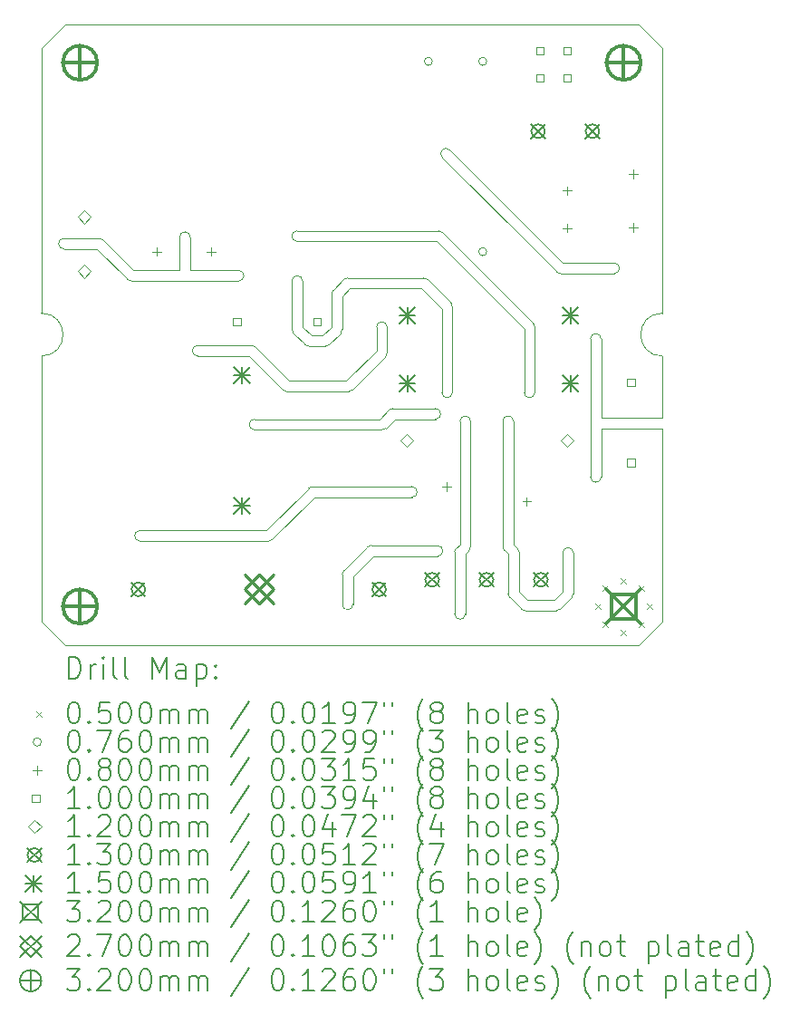
<source format=gbr>
%FSLAX45Y45*%
G04 Gerber Fmt 4.5, Leading zero omitted, Abs format (unit mm)*
G04 Created by KiCad (PCBNEW 6.0.4-6f826c9f35~116~ubuntu18.04.1) date 2022-04-09 00:00:04*
%MOMM*%
%LPD*%
G01*
G04 APERTURE LIST*
%TA.AperFunction,Profile*%
%ADD10C,0.050000*%
%TD*%
%ADD11C,0.200000*%
%ADD12C,0.050000*%
%ADD13C,0.076000*%
%ADD14C,0.080000*%
%ADD15C,0.100000*%
%ADD16C,0.120000*%
%ADD17C,0.130000*%
%ADD18C,0.150000*%
%ADD19C,0.320000*%
%ADD20C,0.270000*%
G04 APERTURE END LIST*
D10*
X-360000Y2740000D02*
X-360000Y5220000D01*
X5220000Y-360000D02*
X-140000Y-360000D01*
X5440000Y2740000D02*
X5440000Y5220000D01*
X-140000Y5440000D02*
X5220000Y5440000D01*
X5220000Y-360000D02*
X5440000Y-140000D01*
X4150000Y2590000D02*
X3330000Y3410000D01*
X1580000Y2340000D02*
X1100000Y2340000D01*
X3950000Y560000D02*
X3950000Y1730000D01*
X2350000Y2610000D02*
X2350000Y2920000D01*
X-140000Y5440000D02*
X-360000Y5220000D01*
X1950000Y2110000D02*
X1635355Y2425355D01*
X4050000Y1730000D02*
G75*
G03*
X3950000Y1730000I-50000J0D01*
G01*
X4014645Y84645D02*
X4124645Y-25355D01*
X5440000Y1760000D02*
X5440000Y2340000D01*
X3380000Y2000000D02*
X3380000Y2780000D01*
X1030000Y3450000D02*
X1030000Y3140000D01*
X3950000Y560000D02*
G75*
G03*
X3964645Y524645I50000J0D01*
G01*
X2104645Y2444645D02*
G75*
G03*
X2140000Y2430000I35355J35355D01*
G01*
X2270000Y2530000D02*
X2350000Y2610000D01*
X-360000Y2340000D02*
X-360000Y-140000D01*
X1630000Y1750000D02*
G75*
G03*
X1630000Y1650000I0J-50000D01*
G01*
X3245355Y3055355D02*
G75*
G03*
X3210000Y3070000I-35355J-35355D01*
G01*
X-150000Y3340000D02*
X160000Y3340000D01*
X1740000Y710000D02*
X2134645Y1105355D01*
X2030000Y3510000D02*
X3350000Y3510000D01*
X3600000Y490000D02*
X3635355Y524645D01*
X3100000Y1020000D02*
X2190000Y1020000D01*
X2450000Y20000D02*
X2450000Y300000D01*
X3514645Y545355D02*
X3550000Y580000D01*
X3330000Y3410000D02*
X2030000Y3410000D01*
X4124645Y-25355D02*
G75*
G03*
X4160000Y-40000I35355J35355D01*
G01*
X4000000Y120000D02*
G75*
G03*
X4014645Y84645I50000J0D01*
G01*
X3514645Y545355D02*
G75*
G03*
X3500000Y510000I35355J-35355D01*
G01*
X3650000Y1730000D02*
X3650000Y560000D01*
X2464645Y335355D02*
G75*
G03*
X2450000Y300000I35355J-35355D01*
G01*
X160000Y3340000D02*
X444645Y3054645D01*
X3340000Y470000D02*
G75*
G03*
X3340000Y570000I0J50000D01*
G01*
X3500000Y-70000D02*
X3500000Y510000D01*
X2550000Y20000D02*
X2550000Y280000D01*
X4770000Y1210000D02*
G75*
G03*
X4870000Y1210000I50000J0D01*
G01*
X1630000Y1650000D02*
X2820000Y1650000D01*
X4150000Y2000000D02*
G75*
G03*
X4250000Y2000000I50000J0D01*
G01*
X2855355Y2334645D02*
G75*
G03*
X2870000Y2370000I-35355J35355D01*
G01*
X4510000Y140000D02*
X4510000Y500000D01*
X3600000Y-70000D02*
X3600000Y490000D01*
X3190000Y2970000D02*
X3380000Y2780000D01*
X4290000Y3430000D02*
X4510000Y3210000D01*
X4870000Y1210000D02*
X4870000Y1660000D01*
X2450000Y20000D02*
G75*
G03*
X2550000Y20000I50000J0D01*
G01*
X4100000Y140000D02*
X4180000Y60000D01*
X2510000Y2010000D02*
G75*
G03*
X2545355Y2024645I0J50000D01*
G01*
X2080000Y2610000D02*
X2160000Y2530000D01*
X2520000Y2970000D02*
X2450000Y2900000D01*
X1580000Y2340000D02*
X1894645Y2024645D01*
X3550000Y580000D02*
X3550000Y1730000D01*
X4150000Y2590000D02*
X4150000Y2000000D01*
X4610000Y120000D02*
X4610000Y500000D01*
X3480000Y2000000D02*
X3480000Y2800000D01*
X5440000Y2740000D02*
G75*
G03*
X5440000Y2340000I0J-200000D01*
G01*
X2740000Y470000D02*
X3340000Y470000D01*
X1980000Y2590000D02*
G75*
G03*
X1994645Y2554645I50000J0D01*
G01*
X3385355Y3495355D02*
X4235355Y2645355D01*
X2800000Y1750000D02*
X2885355Y1835355D01*
X5440000Y5220000D02*
X5220000Y5440000D01*
X-360000Y2340000D02*
G75*
G03*
X-360000Y2740000I0J200000D01*
G01*
X2435355Y2554645D02*
G75*
G03*
X2450000Y2590000I-35355J35355D01*
G01*
X3320000Y1850000D02*
X2920000Y1850000D01*
X5440000Y1760000D02*
X4870000Y1760000D01*
X2940000Y1750000D02*
X3320000Y1750000D01*
X3245355Y3055355D02*
X3465355Y2835355D01*
X2080000Y3040000D02*
X2080000Y2610000D01*
X1760000Y610000D02*
G75*
G03*
X1795355Y624645I0J50000D01*
G01*
X1630000Y1750000D02*
X2800000Y1750000D01*
X-360000Y-140000D02*
X-140000Y-360000D01*
X3384645Y4194645D02*
X4234645Y3344645D01*
X2490000Y2110000D02*
X2770000Y2390000D01*
X2820000Y1650000D02*
G75*
G03*
X2855355Y1664645I0J50000D01*
G01*
X1480000Y3040000D02*
G75*
G03*
X1480000Y3140000I0J50000D01*
G01*
X4250000Y2610000D02*
G75*
G03*
X4235355Y2645355I-50000J0D01*
G01*
X2684645Y555355D02*
X2464645Y335355D01*
X4234645Y3344645D02*
X4454645Y3124645D01*
X500000Y3140000D02*
X930000Y3140000D01*
X4870000Y2500000D02*
G75*
G03*
X4770000Y2500000I-50000J0D01*
G01*
X3650000Y1730000D02*
G75*
G03*
X3550000Y1730000I-50000J0D01*
G01*
X444645Y3054645D02*
G75*
G03*
X480000Y3040000I35355J35355D01*
G01*
X4610000Y500000D02*
G75*
G03*
X4510000Y500000I-50000J0D01*
G01*
X3380000Y2000000D02*
G75*
G03*
X3480000Y2000000I50000J0D01*
G01*
X1100000Y2440000D02*
X1600000Y2440000D01*
X2770000Y2390000D02*
X2770000Y2610000D01*
X2364645Y2955355D02*
G75*
G03*
X2350000Y2920000I35355J-35355D01*
G01*
X4870000Y1760000D02*
X4870000Y2500000D01*
X4100000Y510000D02*
G75*
G03*
X4085355Y545355I-50000J0D01*
G01*
X4430000Y60000D02*
X4510000Y140000D01*
X3455355Y4265355D02*
X4290000Y3430000D01*
X4100000Y140000D02*
X4100000Y510000D01*
X4454645Y3124645D02*
G75*
G03*
X4490000Y3110000I35355J35355D01*
G01*
X2450000Y2900000D02*
X2450000Y2590000D01*
X1760000Y610000D02*
X560000Y610000D01*
X4000000Y490000D02*
X3964645Y524645D01*
X4450000Y-40000D02*
G75*
G03*
X4485355Y-25355I0J50000D01*
G01*
X2160000Y2530000D02*
X2270000Y2530000D01*
X2140000Y2430000D02*
X2290000Y2430000D01*
X2520000Y2970000D02*
X3190000Y2970000D01*
X3100000Y1120000D02*
X2170000Y1120000D01*
X4485355Y-25355D02*
X4595355Y84645D01*
X560000Y710000D02*
X1740000Y710000D01*
X4870000Y1660000D02*
X5440000Y1660000D01*
X2324489Y2444646D02*
X2435355Y2554645D01*
X3100000Y1020000D02*
G75*
G03*
X3100000Y1120000I0J50000D01*
G01*
X2870000Y2610000D02*
X2870000Y2370000D01*
X560000Y710000D02*
G75*
G03*
X560000Y610000I0J-50000D01*
G01*
X4595355Y84645D02*
G75*
G03*
X4610000Y120000I-35355J35355D01*
G01*
X2500000Y3070000D02*
X3210000Y3070000D01*
X1030000Y3450000D02*
G75*
G03*
X930000Y3450000I-50000J0D01*
G01*
X3385355Y3495355D02*
G75*
G03*
X3350000Y3510000I-35355J-35355D01*
G01*
X1030000Y3140000D02*
X1480000Y3140000D01*
X500000Y3140000D02*
X215355Y3425355D01*
X4000000Y490000D02*
X4000000Y120000D01*
X-150000Y3440000D02*
G75*
G03*
X-150000Y3340000I0J-50000D01*
G01*
X3320000Y1750000D02*
G75*
G03*
X3320000Y1850000I0J50000D01*
G01*
X1894645Y2024645D02*
G75*
G03*
X1930000Y2010000I35355J35355D01*
G01*
X3635355Y524645D02*
G75*
G03*
X3650000Y560000I-35355J35355D01*
G01*
X2030000Y3510000D02*
G75*
G03*
X2030000Y3410000I0J-50000D01*
G01*
X4180000Y60000D02*
X4430000Y60000D01*
X1950000Y2110000D02*
X2490000Y2110000D01*
X2940000Y1750000D02*
X2855355Y1664645D01*
X4990000Y3110000D02*
G75*
G03*
X4990000Y3210000I0J50000D01*
G01*
X4160000Y-40000D02*
X4450000Y-40000D01*
X1994645Y2554645D02*
X2104645Y2444645D01*
X4250000Y2000000D02*
X4250000Y2610000D01*
X2920000Y1850000D02*
G75*
G03*
X2885355Y1835355I0J-48301D01*
G01*
X3455355Y4265355D02*
G75*
G03*
X3384645Y4194645I-35355J-35355D01*
G01*
X3340000Y570000D02*
X2720000Y570000D01*
X4990000Y3110000D02*
X4490000Y3110000D01*
X3500000Y-70000D02*
G75*
G03*
X3600000Y-70000I50000J0D01*
G01*
X4770000Y2500000D02*
X4770000Y1210000D01*
X1635355Y2425355D02*
G75*
G03*
X1600000Y2440000I-35355J-35355D01*
G01*
X4085355Y545355D02*
X4050000Y580000D01*
X2500000Y3070000D02*
G75*
G03*
X2464645Y3055355I0J-50000D01*
G01*
X2290000Y2429998D02*
G75*
G03*
X2324489Y2444646I-890J50023D01*
G01*
X2190000Y1020000D02*
X1795355Y624645D01*
X2170000Y1120000D02*
G75*
G03*
X2134645Y1105355I0J-50000D01*
G01*
X1930000Y2010000D02*
X2510000Y2010000D01*
X215355Y3425355D02*
G75*
G03*
X180000Y3440000I-35355J-35355D01*
G01*
X5440000Y1660000D02*
X5440000Y-140000D01*
X2080000Y3040000D02*
G75*
G03*
X1980000Y3040000I-50000J0D01*
G01*
X4050000Y580000D02*
X4050000Y1730000D01*
X2870000Y2610000D02*
G75*
G03*
X2770000Y2610000I-50000J0D01*
G01*
X1100000Y2440000D02*
G75*
G03*
X1100000Y2340000I0J-50000D01*
G01*
X2545355Y2024645D02*
X2855355Y2334645D01*
X-150000Y3440000D02*
X180000Y3440000D01*
X930000Y3140000D02*
X930000Y3450000D01*
X1480000Y3040000D02*
X480000Y3040000D01*
X3480000Y2800000D02*
G75*
G03*
X3465355Y2835355I-50000J0D01*
G01*
X4510000Y3210000D02*
X4990000Y3210000D01*
X2550000Y280000D02*
X2740000Y470000D01*
X2720000Y570000D02*
G75*
G03*
X2684645Y555355I0J-50000D01*
G01*
X1980000Y3040000D02*
X1980000Y2590000D01*
X2364645Y2955355D02*
X2464645Y3055355D01*
D11*
D12*
X4815000Y25000D02*
X4865000Y-25000D01*
X4865000Y25000D02*
X4815000Y-25000D01*
X4885294Y194706D02*
X4935294Y144706D01*
X4935294Y194706D02*
X4885294Y144706D01*
X4885294Y-144706D02*
X4935294Y-194706D01*
X4935294Y-144706D02*
X4885294Y-194706D01*
X5055000Y265000D02*
X5105000Y215000D01*
X5105000Y265000D02*
X5055000Y215000D01*
X5055000Y-215000D02*
X5105000Y-265000D01*
X5105000Y-215000D02*
X5055000Y-265000D01*
X5224706Y194706D02*
X5274706Y144706D01*
X5274706Y194706D02*
X5224706Y144706D01*
X5224706Y-144706D02*
X5274706Y-194706D01*
X5274706Y-144706D02*
X5224706Y-194706D01*
X5295000Y25000D02*
X5345000Y-25000D01*
X5345000Y25000D02*
X5295000Y-25000D01*
D13*
X3293000Y5093000D02*
G75*
G03*
X3293000Y5093000I-38000J0D01*
G01*
X3801000Y5093000D02*
G75*
G03*
X3801000Y5093000I-38000J0D01*
G01*
X3801000Y3315000D02*
G75*
G03*
X3801000Y3315000I-38000J0D01*
G01*
D14*
X715000Y3355000D02*
X715000Y3275000D01*
X675000Y3315000D02*
X755000Y3315000D01*
X1223000Y3355000D02*
X1223000Y3275000D01*
X1183000Y3315000D02*
X1263000Y3315000D01*
X3425000Y1160000D02*
X3425000Y1080000D01*
X3385000Y1120000D02*
X3465000Y1120000D01*
X4175000Y1020000D02*
X4175000Y940000D01*
X4135000Y980000D02*
X4215000Y980000D01*
X4550000Y3925265D02*
X4550000Y3845265D01*
X4510000Y3885265D02*
X4590000Y3885265D01*
X4550000Y3575265D02*
X4550000Y3495265D01*
X4510000Y3535265D02*
X4590000Y3535265D01*
X5170000Y4080000D02*
X5170000Y4000000D01*
X5130000Y4040000D02*
X5210000Y4040000D01*
X5170000Y3580000D02*
X5170000Y3500000D01*
X5130000Y3540000D02*
X5210000Y3540000D01*
D15*
X1500356Y2624644D02*
X1500356Y2695356D01*
X1429644Y2695356D01*
X1429644Y2624644D01*
X1500356Y2624644D01*
X2250356Y2624644D02*
X2250356Y2695356D01*
X2179644Y2695356D01*
X2179644Y2624644D01*
X2250356Y2624644D01*
X4335356Y5154644D02*
X4335356Y5225356D01*
X4264644Y5225356D01*
X4264644Y5154644D01*
X4335356Y5154644D01*
X4335356Y4900644D02*
X4335356Y4971356D01*
X4264644Y4971356D01*
X4264644Y4900644D01*
X4335356Y4900644D01*
X4589356Y5154644D02*
X4589356Y5225356D01*
X4518644Y5225356D01*
X4518644Y5154644D01*
X4589356Y5154644D01*
X4589356Y4900644D02*
X4589356Y4971356D01*
X4518644Y4971356D01*
X4518644Y4900644D01*
X4589356Y4900644D01*
X5185356Y2059644D02*
X5185356Y2130356D01*
X5114644Y2130356D01*
X5114644Y2059644D01*
X5185356Y2059644D01*
X5185356Y1309644D02*
X5185356Y1380356D01*
X5114644Y1380356D01*
X5114644Y1309644D01*
X5185356Y1309644D01*
D16*
X40000Y3579000D02*
X100000Y3639000D01*
X40000Y3699000D01*
X-20000Y3639000D01*
X40000Y3579000D01*
X40000Y3071000D02*
X100000Y3131000D01*
X40000Y3191000D01*
X-20000Y3131000D01*
X40000Y3071000D01*
X3050000Y1490000D02*
X3110000Y1550000D01*
X3050000Y1610000D01*
X2990000Y1550000D01*
X3050000Y1490000D01*
X4550000Y1490000D02*
X4610000Y1550000D01*
X4550000Y1610000D01*
X4490000Y1550000D01*
X4550000Y1490000D01*
D17*
X480000Y225000D02*
X610000Y95000D01*
X610000Y225000D02*
X480000Y95000D01*
X610000Y160000D02*
G75*
G03*
X610000Y160000I-65000J0D01*
G01*
X2730000Y225000D02*
X2860000Y95000D01*
X2860000Y225000D02*
X2730000Y95000D01*
X2860000Y160000D02*
G75*
G03*
X2860000Y160000I-65000J0D01*
G01*
X3225000Y314500D02*
X3355000Y184500D01*
X3355000Y314500D02*
X3225000Y184500D01*
X3355000Y249500D02*
G75*
G03*
X3355000Y249500I-65000J0D01*
G01*
X3733000Y314500D02*
X3863000Y184500D01*
X3863000Y314500D02*
X3733000Y184500D01*
X3863000Y249500D02*
G75*
G03*
X3863000Y249500I-65000J0D01*
G01*
X4215500Y4505000D02*
X4345500Y4375000D01*
X4345500Y4505000D02*
X4215500Y4375000D01*
X4345500Y4440000D02*
G75*
G03*
X4345500Y4440000I-65000J0D01*
G01*
X4241000Y314500D02*
X4371000Y184500D01*
X4371000Y314500D02*
X4241000Y184500D01*
X4371000Y249500D02*
G75*
G03*
X4371000Y249500I-65000J0D01*
G01*
X4723500Y4505000D02*
X4853500Y4375000D01*
X4853500Y4505000D02*
X4723500Y4375000D01*
X4853500Y4440000D02*
G75*
G03*
X4853500Y4440000I-65000J0D01*
G01*
D18*
X1435000Y2235000D02*
X1585000Y2085000D01*
X1585000Y2235000D02*
X1435000Y2085000D01*
X1510000Y2235000D02*
X1510000Y2085000D01*
X1435000Y2160000D02*
X1585000Y2160000D01*
X1435000Y1015000D02*
X1585000Y865000D01*
X1585000Y1015000D02*
X1435000Y865000D01*
X1510000Y1015000D02*
X1510000Y865000D01*
X1435000Y940000D02*
X1585000Y940000D01*
X2983000Y2792500D02*
X3133000Y2642500D01*
X3133000Y2792500D02*
X2983000Y2642500D01*
X3058000Y2792500D02*
X3058000Y2642500D01*
X2983000Y2717500D02*
X3133000Y2717500D01*
X2983000Y2157500D02*
X3133000Y2007500D01*
X3133000Y2157500D02*
X2983000Y2007500D01*
X3058000Y2157500D02*
X3058000Y2007500D01*
X2983000Y2082500D02*
X3133000Y2082500D01*
X4507000Y2792500D02*
X4657000Y2642500D01*
X4657000Y2792500D02*
X4507000Y2642500D01*
X4582000Y2792500D02*
X4582000Y2642500D01*
X4507000Y2717500D02*
X4657000Y2717500D01*
X4507000Y2157500D02*
X4657000Y2007500D01*
X4657000Y2157500D02*
X4507000Y2007500D01*
X4582000Y2157500D02*
X4582000Y2007500D01*
X4507000Y2082500D02*
X4657000Y2082500D01*
D19*
X4920000Y160000D02*
X5240000Y-160000D01*
X5240000Y160000D02*
X4920000Y-160000D01*
X5193138Y-113138D02*
X5193138Y113138D01*
X4966862Y113138D01*
X4966862Y-113138D01*
X5193138Y-113138D01*
D20*
X1535000Y295000D02*
X1805000Y25000D01*
X1805000Y295000D02*
X1535000Y25000D01*
X1670000Y25000D02*
X1805000Y160000D01*
X1670000Y295000D01*
X1535000Y160000D01*
X1670000Y25000D01*
D19*
X0Y5240000D02*
X0Y4920000D01*
X-160000Y5080000D02*
X160000Y5080000D01*
X160000Y5080000D02*
G75*
G03*
X160000Y5080000I-160000J0D01*
G01*
X0Y160000D02*
X0Y-160000D01*
X-160000Y0D02*
X160000Y0D01*
X160000Y0D02*
G75*
G03*
X160000Y0I-160000J0D01*
G01*
X5080000Y5240000D02*
X5080000Y4920000D01*
X4920000Y5080000D02*
X5240000Y5080000D01*
X5240000Y5080000D02*
G75*
G03*
X5240000Y5080000I-160000J0D01*
G01*
D11*
X-104881Y-672976D02*
X-104881Y-472976D01*
X-57262Y-472976D01*
X-28690Y-482500D01*
X-9643Y-501548D01*
X-119Y-520595D01*
X9405Y-558690D01*
X9405Y-587262D01*
X-119Y-625357D01*
X-9643Y-644405D01*
X-28690Y-663452D01*
X-57262Y-672976D01*
X-104881Y-672976D01*
X95119Y-672976D02*
X95119Y-539643D01*
X95119Y-577738D02*
X104643Y-558690D01*
X114167Y-549167D01*
X133214Y-539643D01*
X152262Y-539643D01*
X218928Y-672976D02*
X218928Y-539643D01*
X218928Y-472976D02*
X209405Y-482500D01*
X218928Y-492024D01*
X228452Y-482500D01*
X218928Y-472976D01*
X218928Y-492024D01*
X342738Y-672976D02*
X323690Y-663452D01*
X314167Y-644405D01*
X314167Y-472976D01*
X447500Y-672976D02*
X428452Y-663452D01*
X418928Y-644405D01*
X418928Y-472976D01*
X676071Y-672976D02*
X676071Y-472976D01*
X742738Y-615833D01*
X809405Y-472976D01*
X809405Y-672976D01*
X990357Y-672976D02*
X990357Y-568214D01*
X980833Y-549167D01*
X961786Y-539643D01*
X923690Y-539643D01*
X904643Y-549167D01*
X990357Y-663452D02*
X971309Y-672976D01*
X923690Y-672976D01*
X904643Y-663452D01*
X895119Y-644405D01*
X895119Y-625357D01*
X904643Y-606310D01*
X923690Y-596786D01*
X971309Y-596786D01*
X990357Y-587262D01*
X1085595Y-539643D02*
X1085595Y-739643D01*
X1085595Y-549167D02*
X1104643Y-539643D01*
X1142738Y-539643D01*
X1161786Y-549167D01*
X1171310Y-558690D01*
X1180833Y-577738D01*
X1180833Y-634881D01*
X1171310Y-653929D01*
X1161786Y-663452D01*
X1142738Y-672976D01*
X1104643Y-672976D01*
X1085595Y-663452D01*
X1266548Y-653929D02*
X1276071Y-663452D01*
X1266548Y-672976D01*
X1257024Y-663452D01*
X1266548Y-653929D01*
X1266548Y-672976D01*
X1266548Y-549167D02*
X1276071Y-558690D01*
X1266548Y-568214D01*
X1257024Y-558690D01*
X1266548Y-549167D01*
X1266548Y-568214D01*
D12*
X-412500Y-977500D02*
X-362500Y-1027500D01*
X-362500Y-977500D02*
X-412500Y-1027500D01*
D11*
X-66786Y-892976D02*
X-47738Y-892976D01*
X-28690Y-902500D01*
X-19167Y-912024D01*
X-9643Y-931071D01*
X-119Y-969167D01*
X-119Y-1016786D01*
X-9643Y-1054881D01*
X-19167Y-1073929D01*
X-28690Y-1083452D01*
X-47738Y-1092976D01*
X-66786Y-1092976D01*
X-85833Y-1083452D01*
X-95357Y-1073929D01*
X-104881Y-1054881D01*
X-114405Y-1016786D01*
X-114405Y-969167D01*
X-104881Y-931071D01*
X-95357Y-912024D01*
X-85833Y-902500D01*
X-66786Y-892976D01*
X85595Y-1073929D02*
X95119Y-1083452D01*
X85595Y-1092976D01*
X76071Y-1083452D01*
X85595Y-1073929D01*
X85595Y-1092976D01*
X276071Y-892976D02*
X180833Y-892976D01*
X171310Y-988214D01*
X180833Y-978690D01*
X199881Y-969167D01*
X247500Y-969167D01*
X266548Y-978690D01*
X276071Y-988214D01*
X285595Y-1007262D01*
X285595Y-1054881D01*
X276071Y-1073929D01*
X266548Y-1083452D01*
X247500Y-1092976D01*
X199881Y-1092976D01*
X180833Y-1083452D01*
X171310Y-1073929D01*
X409405Y-892976D02*
X428452Y-892976D01*
X447500Y-902500D01*
X457024Y-912024D01*
X466548Y-931071D01*
X476071Y-969167D01*
X476071Y-1016786D01*
X466548Y-1054881D01*
X457024Y-1073929D01*
X447500Y-1083452D01*
X428452Y-1092976D01*
X409405Y-1092976D01*
X390357Y-1083452D01*
X380833Y-1073929D01*
X371309Y-1054881D01*
X361786Y-1016786D01*
X361786Y-969167D01*
X371309Y-931071D01*
X380833Y-912024D01*
X390357Y-902500D01*
X409405Y-892976D01*
X599881Y-892976D02*
X618929Y-892976D01*
X637976Y-902500D01*
X647500Y-912024D01*
X657024Y-931071D01*
X666548Y-969167D01*
X666548Y-1016786D01*
X657024Y-1054881D01*
X647500Y-1073929D01*
X637976Y-1083452D01*
X618929Y-1092976D01*
X599881Y-1092976D01*
X580833Y-1083452D01*
X571310Y-1073929D01*
X561786Y-1054881D01*
X552262Y-1016786D01*
X552262Y-969167D01*
X561786Y-931071D01*
X571310Y-912024D01*
X580833Y-902500D01*
X599881Y-892976D01*
X752262Y-1092976D02*
X752262Y-959643D01*
X752262Y-978690D02*
X761786Y-969167D01*
X780833Y-959643D01*
X809405Y-959643D01*
X828452Y-969167D01*
X837976Y-988214D01*
X837976Y-1092976D01*
X837976Y-988214D02*
X847500Y-969167D01*
X866548Y-959643D01*
X895119Y-959643D01*
X914167Y-969167D01*
X923690Y-988214D01*
X923690Y-1092976D01*
X1018928Y-1092976D02*
X1018928Y-959643D01*
X1018928Y-978690D02*
X1028452Y-969167D01*
X1047500Y-959643D01*
X1076071Y-959643D01*
X1095119Y-969167D01*
X1104643Y-988214D01*
X1104643Y-1092976D01*
X1104643Y-988214D02*
X1114167Y-969167D01*
X1133214Y-959643D01*
X1161786Y-959643D01*
X1180833Y-969167D01*
X1190357Y-988214D01*
X1190357Y-1092976D01*
X1580833Y-883452D02*
X1409405Y-1140595D01*
X1837976Y-892976D02*
X1857024Y-892976D01*
X1876071Y-902500D01*
X1885595Y-912024D01*
X1895119Y-931071D01*
X1904643Y-969167D01*
X1904643Y-1016786D01*
X1895119Y-1054881D01*
X1885595Y-1073929D01*
X1876071Y-1083452D01*
X1857024Y-1092976D01*
X1837976Y-1092976D01*
X1818928Y-1083452D01*
X1809405Y-1073929D01*
X1799881Y-1054881D01*
X1790357Y-1016786D01*
X1790357Y-969167D01*
X1799881Y-931071D01*
X1809405Y-912024D01*
X1818928Y-902500D01*
X1837976Y-892976D01*
X1990357Y-1073929D02*
X1999881Y-1083452D01*
X1990357Y-1092976D01*
X1980833Y-1083452D01*
X1990357Y-1073929D01*
X1990357Y-1092976D01*
X2123690Y-892976D02*
X2142738Y-892976D01*
X2161786Y-902500D01*
X2171310Y-912024D01*
X2180833Y-931071D01*
X2190357Y-969167D01*
X2190357Y-1016786D01*
X2180833Y-1054881D01*
X2171310Y-1073929D01*
X2161786Y-1083452D01*
X2142738Y-1092976D01*
X2123690Y-1092976D01*
X2104643Y-1083452D01*
X2095119Y-1073929D01*
X2085595Y-1054881D01*
X2076071Y-1016786D01*
X2076071Y-969167D01*
X2085595Y-931071D01*
X2095119Y-912024D01*
X2104643Y-902500D01*
X2123690Y-892976D01*
X2380833Y-1092976D02*
X2266548Y-1092976D01*
X2323690Y-1092976D02*
X2323690Y-892976D01*
X2304643Y-921548D01*
X2285595Y-940595D01*
X2266548Y-950119D01*
X2476071Y-1092976D02*
X2514167Y-1092976D01*
X2533214Y-1083452D01*
X2542738Y-1073929D01*
X2561786Y-1045357D01*
X2571310Y-1007262D01*
X2571310Y-931071D01*
X2561786Y-912024D01*
X2552262Y-902500D01*
X2533214Y-892976D01*
X2495119Y-892976D01*
X2476071Y-902500D01*
X2466548Y-912024D01*
X2457024Y-931071D01*
X2457024Y-978690D01*
X2466548Y-997738D01*
X2476071Y-1007262D01*
X2495119Y-1016786D01*
X2533214Y-1016786D01*
X2552262Y-1007262D01*
X2561786Y-997738D01*
X2571310Y-978690D01*
X2637976Y-892976D02*
X2771310Y-892976D01*
X2685595Y-1092976D01*
X2837976Y-892976D02*
X2837976Y-931071D01*
X2914167Y-892976D02*
X2914167Y-931071D01*
X3209405Y-1169167D02*
X3199881Y-1159643D01*
X3180833Y-1131071D01*
X3171309Y-1112024D01*
X3161786Y-1083452D01*
X3152262Y-1035833D01*
X3152262Y-997738D01*
X3161786Y-950119D01*
X3171309Y-921548D01*
X3180833Y-902500D01*
X3199881Y-873928D01*
X3209405Y-864405D01*
X3314167Y-978690D02*
X3295119Y-969167D01*
X3285595Y-959643D01*
X3276071Y-940595D01*
X3276071Y-931071D01*
X3285595Y-912024D01*
X3295119Y-902500D01*
X3314167Y-892976D01*
X3352262Y-892976D01*
X3371309Y-902500D01*
X3380833Y-912024D01*
X3390357Y-931071D01*
X3390357Y-940595D01*
X3380833Y-959643D01*
X3371309Y-969167D01*
X3352262Y-978690D01*
X3314167Y-978690D01*
X3295119Y-988214D01*
X3285595Y-997738D01*
X3276071Y-1016786D01*
X3276071Y-1054881D01*
X3285595Y-1073929D01*
X3295119Y-1083452D01*
X3314167Y-1092976D01*
X3352262Y-1092976D01*
X3371309Y-1083452D01*
X3380833Y-1073929D01*
X3390357Y-1054881D01*
X3390357Y-1016786D01*
X3380833Y-997738D01*
X3371309Y-988214D01*
X3352262Y-978690D01*
X3628452Y-1092976D02*
X3628452Y-892976D01*
X3714167Y-1092976D02*
X3714167Y-988214D01*
X3704643Y-969167D01*
X3685595Y-959643D01*
X3657024Y-959643D01*
X3637976Y-969167D01*
X3628452Y-978690D01*
X3837976Y-1092976D02*
X3818928Y-1083452D01*
X3809405Y-1073929D01*
X3799881Y-1054881D01*
X3799881Y-997738D01*
X3809405Y-978690D01*
X3818928Y-969167D01*
X3837976Y-959643D01*
X3866548Y-959643D01*
X3885595Y-969167D01*
X3895119Y-978690D01*
X3904643Y-997738D01*
X3904643Y-1054881D01*
X3895119Y-1073929D01*
X3885595Y-1083452D01*
X3866548Y-1092976D01*
X3837976Y-1092976D01*
X4018928Y-1092976D02*
X3999881Y-1083452D01*
X3990357Y-1064405D01*
X3990357Y-892976D01*
X4171309Y-1083452D02*
X4152262Y-1092976D01*
X4114167Y-1092976D01*
X4095119Y-1083452D01*
X4085595Y-1064405D01*
X4085595Y-988214D01*
X4095119Y-969167D01*
X4114167Y-959643D01*
X4152262Y-959643D01*
X4171309Y-969167D01*
X4180833Y-988214D01*
X4180833Y-1007262D01*
X4085595Y-1026309D01*
X4257024Y-1083452D02*
X4276071Y-1092976D01*
X4314167Y-1092976D01*
X4333214Y-1083452D01*
X4342738Y-1064405D01*
X4342738Y-1054881D01*
X4333214Y-1035833D01*
X4314167Y-1026309D01*
X4285595Y-1026309D01*
X4266548Y-1016786D01*
X4257024Y-997738D01*
X4257024Y-988214D01*
X4266548Y-969167D01*
X4285595Y-959643D01*
X4314167Y-959643D01*
X4333214Y-969167D01*
X4409405Y-1169167D02*
X4418929Y-1159643D01*
X4437976Y-1131071D01*
X4447500Y-1112024D01*
X4457024Y-1083452D01*
X4466548Y-1035833D01*
X4466548Y-997738D01*
X4457024Y-950119D01*
X4447500Y-921548D01*
X4437976Y-902500D01*
X4418929Y-873928D01*
X4409405Y-864405D01*
D13*
X-362500Y-1266500D02*
G75*
G03*
X-362500Y-1266500I-38000J0D01*
G01*
D11*
X-66786Y-1156976D02*
X-47738Y-1156976D01*
X-28690Y-1166500D01*
X-19167Y-1176024D01*
X-9643Y-1195071D01*
X-119Y-1233167D01*
X-119Y-1280786D01*
X-9643Y-1318881D01*
X-19167Y-1337929D01*
X-28690Y-1347452D01*
X-47738Y-1356976D01*
X-66786Y-1356976D01*
X-85833Y-1347452D01*
X-95357Y-1337929D01*
X-104881Y-1318881D01*
X-114405Y-1280786D01*
X-114405Y-1233167D01*
X-104881Y-1195071D01*
X-95357Y-1176024D01*
X-85833Y-1166500D01*
X-66786Y-1156976D01*
X85595Y-1337929D02*
X95119Y-1347452D01*
X85595Y-1356976D01*
X76071Y-1347452D01*
X85595Y-1337929D01*
X85595Y-1356976D01*
X161786Y-1156976D02*
X295119Y-1156976D01*
X209405Y-1356976D01*
X457024Y-1156976D02*
X418928Y-1156976D01*
X399881Y-1166500D01*
X390357Y-1176024D01*
X371309Y-1204595D01*
X361786Y-1242690D01*
X361786Y-1318881D01*
X371309Y-1337929D01*
X380833Y-1347452D01*
X399881Y-1356976D01*
X437976Y-1356976D01*
X457024Y-1347452D01*
X466548Y-1337929D01*
X476071Y-1318881D01*
X476071Y-1271262D01*
X466548Y-1252214D01*
X457024Y-1242690D01*
X437976Y-1233167D01*
X399881Y-1233167D01*
X380833Y-1242690D01*
X371309Y-1252214D01*
X361786Y-1271262D01*
X599881Y-1156976D02*
X618929Y-1156976D01*
X637976Y-1166500D01*
X647500Y-1176024D01*
X657024Y-1195071D01*
X666548Y-1233167D01*
X666548Y-1280786D01*
X657024Y-1318881D01*
X647500Y-1337929D01*
X637976Y-1347452D01*
X618929Y-1356976D01*
X599881Y-1356976D01*
X580833Y-1347452D01*
X571310Y-1337929D01*
X561786Y-1318881D01*
X552262Y-1280786D01*
X552262Y-1233167D01*
X561786Y-1195071D01*
X571310Y-1176024D01*
X580833Y-1166500D01*
X599881Y-1156976D01*
X752262Y-1356976D02*
X752262Y-1223643D01*
X752262Y-1242690D02*
X761786Y-1233167D01*
X780833Y-1223643D01*
X809405Y-1223643D01*
X828452Y-1233167D01*
X837976Y-1252214D01*
X837976Y-1356976D01*
X837976Y-1252214D02*
X847500Y-1233167D01*
X866548Y-1223643D01*
X895119Y-1223643D01*
X914167Y-1233167D01*
X923690Y-1252214D01*
X923690Y-1356976D01*
X1018928Y-1356976D02*
X1018928Y-1223643D01*
X1018928Y-1242690D02*
X1028452Y-1233167D01*
X1047500Y-1223643D01*
X1076071Y-1223643D01*
X1095119Y-1233167D01*
X1104643Y-1252214D01*
X1104643Y-1356976D01*
X1104643Y-1252214D02*
X1114167Y-1233167D01*
X1133214Y-1223643D01*
X1161786Y-1223643D01*
X1180833Y-1233167D01*
X1190357Y-1252214D01*
X1190357Y-1356976D01*
X1580833Y-1147452D02*
X1409405Y-1404595D01*
X1837976Y-1156976D02*
X1857024Y-1156976D01*
X1876071Y-1166500D01*
X1885595Y-1176024D01*
X1895119Y-1195071D01*
X1904643Y-1233167D01*
X1904643Y-1280786D01*
X1895119Y-1318881D01*
X1885595Y-1337929D01*
X1876071Y-1347452D01*
X1857024Y-1356976D01*
X1837976Y-1356976D01*
X1818928Y-1347452D01*
X1809405Y-1337929D01*
X1799881Y-1318881D01*
X1790357Y-1280786D01*
X1790357Y-1233167D01*
X1799881Y-1195071D01*
X1809405Y-1176024D01*
X1818928Y-1166500D01*
X1837976Y-1156976D01*
X1990357Y-1337929D02*
X1999881Y-1347452D01*
X1990357Y-1356976D01*
X1980833Y-1347452D01*
X1990357Y-1337929D01*
X1990357Y-1356976D01*
X2123690Y-1156976D02*
X2142738Y-1156976D01*
X2161786Y-1166500D01*
X2171310Y-1176024D01*
X2180833Y-1195071D01*
X2190357Y-1233167D01*
X2190357Y-1280786D01*
X2180833Y-1318881D01*
X2171310Y-1337929D01*
X2161786Y-1347452D01*
X2142738Y-1356976D01*
X2123690Y-1356976D01*
X2104643Y-1347452D01*
X2095119Y-1337929D01*
X2085595Y-1318881D01*
X2076071Y-1280786D01*
X2076071Y-1233167D01*
X2085595Y-1195071D01*
X2095119Y-1176024D01*
X2104643Y-1166500D01*
X2123690Y-1156976D01*
X2266548Y-1176024D02*
X2276071Y-1166500D01*
X2295119Y-1156976D01*
X2342738Y-1156976D01*
X2361786Y-1166500D01*
X2371310Y-1176024D01*
X2380833Y-1195071D01*
X2380833Y-1214119D01*
X2371310Y-1242690D01*
X2257024Y-1356976D01*
X2380833Y-1356976D01*
X2476071Y-1356976D02*
X2514167Y-1356976D01*
X2533214Y-1347452D01*
X2542738Y-1337929D01*
X2561786Y-1309357D01*
X2571310Y-1271262D01*
X2571310Y-1195071D01*
X2561786Y-1176024D01*
X2552262Y-1166500D01*
X2533214Y-1156976D01*
X2495119Y-1156976D01*
X2476071Y-1166500D01*
X2466548Y-1176024D01*
X2457024Y-1195071D01*
X2457024Y-1242690D01*
X2466548Y-1261738D01*
X2476071Y-1271262D01*
X2495119Y-1280786D01*
X2533214Y-1280786D01*
X2552262Y-1271262D01*
X2561786Y-1261738D01*
X2571310Y-1242690D01*
X2666548Y-1356976D02*
X2704643Y-1356976D01*
X2723690Y-1347452D01*
X2733214Y-1337929D01*
X2752262Y-1309357D01*
X2761786Y-1271262D01*
X2761786Y-1195071D01*
X2752262Y-1176024D01*
X2742738Y-1166500D01*
X2723690Y-1156976D01*
X2685595Y-1156976D01*
X2666548Y-1166500D01*
X2657024Y-1176024D01*
X2647500Y-1195071D01*
X2647500Y-1242690D01*
X2657024Y-1261738D01*
X2666548Y-1271262D01*
X2685595Y-1280786D01*
X2723690Y-1280786D01*
X2742738Y-1271262D01*
X2752262Y-1261738D01*
X2761786Y-1242690D01*
X2837976Y-1156976D02*
X2837976Y-1195071D01*
X2914167Y-1156976D02*
X2914167Y-1195071D01*
X3209405Y-1433167D02*
X3199881Y-1423643D01*
X3180833Y-1395071D01*
X3171309Y-1376024D01*
X3161786Y-1347452D01*
X3152262Y-1299833D01*
X3152262Y-1261738D01*
X3161786Y-1214119D01*
X3171309Y-1185548D01*
X3180833Y-1166500D01*
X3199881Y-1137929D01*
X3209405Y-1128405D01*
X3266548Y-1156976D02*
X3390357Y-1156976D01*
X3323690Y-1233167D01*
X3352262Y-1233167D01*
X3371309Y-1242690D01*
X3380833Y-1252214D01*
X3390357Y-1271262D01*
X3390357Y-1318881D01*
X3380833Y-1337929D01*
X3371309Y-1347452D01*
X3352262Y-1356976D01*
X3295119Y-1356976D01*
X3276071Y-1347452D01*
X3266548Y-1337929D01*
X3628452Y-1356976D02*
X3628452Y-1156976D01*
X3714167Y-1356976D02*
X3714167Y-1252214D01*
X3704643Y-1233167D01*
X3685595Y-1223643D01*
X3657024Y-1223643D01*
X3637976Y-1233167D01*
X3628452Y-1242690D01*
X3837976Y-1356976D02*
X3818928Y-1347452D01*
X3809405Y-1337929D01*
X3799881Y-1318881D01*
X3799881Y-1261738D01*
X3809405Y-1242690D01*
X3818928Y-1233167D01*
X3837976Y-1223643D01*
X3866548Y-1223643D01*
X3885595Y-1233167D01*
X3895119Y-1242690D01*
X3904643Y-1261738D01*
X3904643Y-1318881D01*
X3895119Y-1337929D01*
X3885595Y-1347452D01*
X3866548Y-1356976D01*
X3837976Y-1356976D01*
X4018928Y-1356976D02*
X3999881Y-1347452D01*
X3990357Y-1328405D01*
X3990357Y-1156976D01*
X4171309Y-1347452D02*
X4152262Y-1356976D01*
X4114167Y-1356976D01*
X4095119Y-1347452D01*
X4085595Y-1328405D01*
X4085595Y-1252214D01*
X4095119Y-1233167D01*
X4114167Y-1223643D01*
X4152262Y-1223643D01*
X4171309Y-1233167D01*
X4180833Y-1252214D01*
X4180833Y-1271262D01*
X4085595Y-1290310D01*
X4257024Y-1347452D02*
X4276071Y-1356976D01*
X4314167Y-1356976D01*
X4333214Y-1347452D01*
X4342738Y-1328405D01*
X4342738Y-1318881D01*
X4333214Y-1299833D01*
X4314167Y-1290310D01*
X4285595Y-1290310D01*
X4266548Y-1280786D01*
X4257024Y-1261738D01*
X4257024Y-1252214D01*
X4266548Y-1233167D01*
X4285595Y-1223643D01*
X4314167Y-1223643D01*
X4333214Y-1233167D01*
X4409405Y-1433167D02*
X4418929Y-1423643D01*
X4437976Y-1395071D01*
X4447500Y-1376024D01*
X4457024Y-1347452D01*
X4466548Y-1299833D01*
X4466548Y-1261738D01*
X4457024Y-1214119D01*
X4447500Y-1185548D01*
X4437976Y-1166500D01*
X4418929Y-1137929D01*
X4409405Y-1128405D01*
D14*
X-402500Y-1490500D02*
X-402500Y-1570500D01*
X-442500Y-1530500D02*
X-362500Y-1530500D01*
D11*
X-66786Y-1420976D02*
X-47738Y-1420976D01*
X-28690Y-1430500D01*
X-19167Y-1440024D01*
X-9643Y-1459071D01*
X-119Y-1497167D01*
X-119Y-1544786D01*
X-9643Y-1582881D01*
X-19167Y-1601928D01*
X-28690Y-1611452D01*
X-47738Y-1620976D01*
X-66786Y-1620976D01*
X-85833Y-1611452D01*
X-95357Y-1601928D01*
X-104881Y-1582881D01*
X-114405Y-1544786D01*
X-114405Y-1497167D01*
X-104881Y-1459071D01*
X-95357Y-1440024D01*
X-85833Y-1430500D01*
X-66786Y-1420976D01*
X85595Y-1601928D02*
X95119Y-1611452D01*
X85595Y-1620976D01*
X76071Y-1611452D01*
X85595Y-1601928D01*
X85595Y-1620976D01*
X209405Y-1506690D02*
X190357Y-1497167D01*
X180833Y-1487643D01*
X171310Y-1468595D01*
X171310Y-1459071D01*
X180833Y-1440024D01*
X190357Y-1430500D01*
X209405Y-1420976D01*
X247500Y-1420976D01*
X266548Y-1430500D01*
X276071Y-1440024D01*
X285595Y-1459071D01*
X285595Y-1468595D01*
X276071Y-1487643D01*
X266548Y-1497167D01*
X247500Y-1506690D01*
X209405Y-1506690D01*
X190357Y-1516214D01*
X180833Y-1525738D01*
X171310Y-1544786D01*
X171310Y-1582881D01*
X180833Y-1601928D01*
X190357Y-1611452D01*
X209405Y-1620976D01*
X247500Y-1620976D01*
X266548Y-1611452D01*
X276071Y-1601928D01*
X285595Y-1582881D01*
X285595Y-1544786D01*
X276071Y-1525738D01*
X266548Y-1516214D01*
X247500Y-1506690D01*
X409405Y-1420976D02*
X428452Y-1420976D01*
X447500Y-1430500D01*
X457024Y-1440024D01*
X466548Y-1459071D01*
X476071Y-1497167D01*
X476071Y-1544786D01*
X466548Y-1582881D01*
X457024Y-1601928D01*
X447500Y-1611452D01*
X428452Y-1620976D01*
X409405Y-1620976D01*
X390357Y-1611452D01*
X380833Y-1601928D01*
X371309Y-1582881D01*
X361786Y-1544786D01*
X361786Y-1497167D01*
X371309Y-1459071D01*
X380833Y-1440024D01*
X390357Y-1430500D01*
X409405Y-1420976D01*
X599881Y-1420976D02*
X618929Y-1420976D01*
X637976Y-1430500D01*
X647500Y-1440024D01*
X657024Y-1459071D01*
X666548Y-1497167D01*
X666548Y-1544786D01*
X657024Y-1582881D01*
X647500Y-1601928D01*
X637976Y-1611452D01*
X618929Y-1620976D01*
X599881Y-1620976D01*
X580833Y-1611452D01*
X571310Y-1601928D01*
X561786Y-1582881D01*
X552262Y-1544786D01*
X552262Y-1497167D01*
X561786Y-1459071D01*
X571310Y-1440024D01*
X580833Y-1430500D01*
X599881Y-1420976D01*
X752262Y-1620976D02*
X752262Y-1487643D01*
X752262Y-1506690D02*
X761786Y-1497167D01*
X780833Y-1487643D01*
X809405Y-1487643D01*
X828452Y-1497167D01*
X837976Y-1516214D01*
X837976Y-1620976D01*
X837976Y-1516214D02*
X847500Y-1497167D01*
X866548Y-1487643D01*
X895119Y-1487643D01*
X914167Y-1497167D01*
X923690Y-1516214D01*
X923690Y-1620976D01*
X1018928Y-1620976D02*
X1018928Y-1487643D01*
X1018928Y-1506690D02*
X1028452Y-1497167D01*
X1047500Y-1487643D01*
X1076071Y-1487643D01*
X1095119Y-1497167D01*
X1104643Y-1516214D01*
X1104643Y-1620976D01*
X1104643Y-1516214D02*
X1114167Y-1497167D01*
X1133214Y-1487643D01*
X1161786Y-1487643D01*
X1180833Y-1497167D01*
X1190357Y-1516214D01*
X1190357Y-1620976D01*
X1580833Y-1411452D02*
X1409405Y-1668595D01*
X1837976Y-1420976D02*
X1857024Y-1420976D01*
X1876071Y-1430500D01*
X1885595Y-1440024D01*
X1895119Y-1459071D01*
X1904643Y-1497167D01*
X1904643Y-1544786D01*
X1895119Y-1582881D01*
X1885595Y-1601928D01*
X1876071Y-1611452D01*
X1857024Y-1620976D01*
X1837976Y-1620976D01*
X1818928Y-1611452D01*
X1809405Y-1601928D01*
X1799881Y-1582881D01*
X1790357Y-1544786D01*
X1790357Y-1497167D01*
X1799881Y-1459071D01*
X1809405Y-1440024D01*
X1818928Y-1430500D01*
X1837976Y-1420976D01*
X1990357Y-1601928D02*
X1999881Y-1611452D01*
X1990357Y-1620976D01*
X1980833Y-1611452D01*
X1990357Y-1601928D01*
X1990357Y-1620976D01*
X2123690Y-1420976D02*
X2142738Y-1420976D01*
X2161786Y-1430500D01*
X2171310Y-1440024D01*
X2180833Y-1459071D01*
X2190357Y-1497167D01*
X2190357Y-1544786D01*
X2180833Y-1582881D01*
X2171310Y-1601928D01*
X2161786Y-1611452D01*
X2142738Y-1620976D01*
X2123690Y-1620976D01*
X2104643Y-1611452D01*
X2095119Y-1601928D01*
X2085595Y-1582881D01*
X2076071Y-1544786D01*
X2076071Y-1497167D01*
X2085595Y-1459071D01*
X2095119Y-1440024D01*
X2104643Y-1430500D01*
X2123690Y-1420976D01*
X2257024Y-1420976D02*
X2380833Y-1420976D01*
X2314167Y-1497167D01*
X2342738Y-1497167D01*
X2361786Y-1506690D01*
X2371310Y-1516214D01*
X2380833Y-1535262D01*
X2380833Y-1582881D01*
X2371310Y-1601928D01*
X2361786Y-1611452D01*
X2342738Y-1620976D01*
X2285595Y-1620976D01*
X2266548Y-1611452D01*
X2257024Y-1601928D01*
X2571310Y-1620976D02*
X2457024Y-1620976D01*
X2514167Y-1620976D02*
X2514167Y-1420976D01*
X2495119Y-1449548D01*
X2476071Y-1468595D01*
X2457024Y-1478119D01*
X2752262Y-1420976D02*
X2657024Y-1420976D01*
X2647500Y-1516214D01*
X2657024Y-1506690D01*
X2676071Y-1497167D01*
X2723690Y-1497167D01*
X2742738Y-1506690D01*
X2752262Y-1516214D01*
X2761786Y-1535262D01*
X2761786Y-1582881D01*
X2752262Y-1601928D01*
X2742738Y-1611452D01*
X2723690Y-1620976D01*
X2676071Y-1620976D01*
X2657024Y-1611452D01*
X2647500Y-1601928D01*
X2837976Y-1420976D02*
X2837976Y-1459071D01*
X2914167Y-1420976D02*
X2914167Y-1459071D01*
X3209405Y-1697167D02*
X3199881Y-1687643D01*
X3180833Y-1659071D01*
X3171309Y-1640024D01*
X3161786Y-1611452D01*
X3152262Y-1563833D01*
X3152262Y-1525738D01*
X3161786Y-1478119D01*
X3171309Y-1449548D01*
X3180833Y-1430500D01*
X3199881Y-1401928D01*
X3209405Y-1392405D01*
X3314167Y-1506690D02*
X3295119Y-1497167D01*
X3285595Y-1487643D01*
X3276071Y-1468595D01*
X3276071Y-1459071D01*
X3285595Y-1440024D01*
X3295119Y-1430500D01*
X3314167Y-1420976D01*
X3352262Y-1420976D01*
X3371309Y-1430500D01*
X3380833Y-1440024D01*
X3390357Y-1459071D01*
X3390357Y-1468595D01*
X3380833Y-1487643D01*
X3371309Y-1497167D01*
X3352262Y-1506690D01*
X3314167Y-1506690D01*
X3295119Y-1516214D01*
X3285595Y-1525738D01*
X3276071Y-1544786D01*
X3276071Y-1582881D01*
X3285595Y-1601928D01*
X3295119Y-1611452D01*
X3314167Y-1620976D01*
X3352262Y-1620976D01*
X3371309Y-1611452D01*
X3380833Y-1601928D01*
X3390357Y-1582881D01*
X3390357Y-1544786D01*
X3380833Y-1525738D01*
X3371309Y-1516214D01*
X3352262Y-1506690D01*
X3628452Y-1620976D02*
X3628452Y-1420976D01*
X3714167Y-1620976D02*
X3714167Y-1516214D01*
X3704643Y-1497167D01*
X3685595Y-1487643D01*
X3657024Y-1487643D01*
X3637976Y-1497167D01*
X3628452Y-1506690D01*
X3837976Y-1620976D02*
X3818928Y-1611452D01*
X3809405Y-1601928D01*
X3799881Y-1582881D01*
X3799881Y-1525738D01*
X3809405Y-1506690D01*
X3818928Y-1497167D01*
X3837976Y-1487643D01*
X3866548Y-1487643D01*
X3885595Y-1497167D01*
X3895119Y-1506690D01*
X3904643Y-1525738D01*
X3904643Y-1582881D01*
X3895119Y-1601928D01*
X3885595Y-1611452D01*
X3866548Y-1620976D01*
X3837976Y-1620976D01*
X4018928Y-1620976D02*
X3999881Y-1611452D01*
X3990357Y-1592405D01*
X3990357Y-1420976D01*
X4171309Y-1611452D02*
X4152262Y-1620976D01*
X4114167Y-1620976D01*
X4095119Y-1611452D01*
X4085595Y-1592405D01*
X4085595Y-1516214D01*
X4095119Y-1497167D01*
X4114167Y-1487643D01*
X4152262Y-1487643D01*
X4171309Y-1497167D01*
X4180833Y-1516214D01*
X4180833Y-1535262D01*
X4085595Y-1554309D01*
X4257024Y-1611452D02*
X4276071Y-1620976D01*
X4314167Y-1620976D01*
X4333214Y-1611452D01*
X4342738Y-1592405D01*
X4342738Y-1582881D01*
X4333214Y-1563833D01*
X4314167Y-1554309D01*
X4285595Y-1554309D01*
X4266548Y-1544786D01*
X4257024Y-1525738D01*
X4257024Y-1516214D01*
X4266548Y-1497167D01*
X4285595Y-1487643D01*
X4314167Y-1487643D01*
X4333214Y-1497167D01*
X4409405Y-1697167D02*
X4418929Y-1687643D01*
X4437976Y-1659071D01*
X4447500Y-1640024D01*
X4457024Y-1611452D01*
X4466548Y-1563833D01*
X4466548Y-1525738D01*
X4457024Y-1478119D01*
X4447500Y-1449548D01*
X4437976Y-1430500D01*
X4418929Y-1401928D01*
X4409405Y-1392405D01*
D15*
X-377144Y-1829856D02*
X-377144Y-1759144D01*
X-447856Y-1759144D01*
X-447856Y-1829856D01*
X-377144Y-1829856D01*
D11*
X-119Y-1884976D02*
X-114405Y-1884976D01*
X-57262Y-1884976D02*
X-57262Y-1684976D01*
X-76310Y-1713548D01*
X-95357Y-1732595D01*
X-114405Y-1742119D01*
X85595Y-1865928D02*
X95119Y-1875452D01*
X85595Y-1884976D01*
X76071Y-1875452D01*
X85595Y-1865928D01*
X85595Y-1884976D01*
X218928Y-1684976D02*
X237976Y-1684976D01*
X257024Y-1694500D01*
X266548Y-1704024D01*
X276071Y-1723071D01*
X285595Y-1761167D01*
X285595Y-1808786D01*
X276071Y-1846881D01*
X266548Y-1865928D01*
X257024Y-1875452D01*
X237976Y-1884976D01*
X218928Y-1884976D01*
X199881Y-1875452D01*
X190357Y-1865928D01*
X180833Y-1846881D01*
X171310Y-1808786D01*
X171310Y-1761167D01*
X180833Y-1723071D01*
X190357Y-1704024D01*
X199881Y-1694500D01*
X218928Y-1684976D01*
X409405Y-1684976D02*
X428452Y-1684976D01*
X447500Y-1694500D01*
X457024Y-1704024D01*
X466548Y-1723071D01*
X476071Y-1761167D01*
X476071Y-1808786D01*
X466548Y-1846881D01*
X457024Y-1865928D01*
X447500Y-1875452D01*
X428452Y-1884976D01*
X409405Y-1884976D01*
X390357Y-1875452D01*
X380833Y-1865928D01*
X371309Y-1846881D01*
X361786Y-1808786D01*
X361786Y-1761167D01*
X371309Y-1723071D01*
X380833Y-1704024D01*
X390357Y-1694500D01*
X409405Y-1684976D01*
X599881Y-1684976D02*
X618929Y-1684976D01*
X637976Y-1694500D01*
X647500Y-1704024D01*
X657024Y-1723071D01*
X666548Y-1761167D01*
X666548Y-1808786D01*
X657024Y-1846881D01*
X647500Y-1865928D01*
X637976Y-1875452D01*
X618929Y-1884976D01*
X599881Y-1884976D01*
X580833Y-1875452D01*
X571310Y-1865928D01*
X561786Y-1846881D01*
X552262Y-1808786D01*
X552262Y-1761167D01*
X561786Y-1723071D01*
X571310Y-1704024D01*
X580833Y-1694500D01*
X599881Y-1684976D01*
X752262Y-1884976D02*
X752262Y-1751643D01*
X752262Y-1770690D02*
X761786Y-1761167D01*
X780833Y-1751643D01*
X809405Y-1751643D01*
X828452Y-1761167D01*
X837976Y-1780214D01*
X837976Y-1884976D01*
X837976Y-1780214D02*
X847500Y-1761167D01*
X866548Y-1751643D01*
X895119Y-1751643D01*
X914167Y-1761167D01*
X923690Y-1780214D01*
X923690Y-1884976D01*
X1018928Y-1884976D02*
X1018928Y-1751643D01*
X1018928Y-1770690D02*
X1028452Y-1761167D01*
X1047500Y-1751643D01*
X1076071Y-1751643D01*
X1095119Y-1761167D01*
X1104643Y-1780214D01*
X1104643Y-1884976D01*
X1104643Y-1780214D02*
X1114167Y-1761167D01*
X1133214Y-1751643D01*
X1161786Y-1751643D01*
X1180833Y-1761167D01*
X1190357Y-1780214D01*
X1190357Y-1884976D01*
X1580833Y-1675452D02*
X1409405Y-1932595D01*
X1837976Y-1684976D02*
X1857024Y-1684976D01*
X1876071Y-1694500D01*
X1885595Y-1704024D01*
X1895119Y-1723071D01*
X1904643Y-1761167D01*
X1904643Y-1808786D01*
X1895119Y-1846881D01*
X1885595Y-1865928D01*
X1876071Y-1875452D01*
X1857024Y-1884976D01*
X1837976Y-1884976D01*
X1818928Y-1875452D01*
X1809405Y-1865928D01*
X1799881Y-1846881D01*
X1790357Y-1808786D01*
X1790357Y-1761167D01*
X1799881Y-1723071D01*
X1809405Y-1704024D01*
X1818928Y-1694500D01*
X1837976Y-1684976D01*
X1990357Y-1865928D02*
X1999881Y-1875452D01*
X1990357Y-1884976D01*
X1980833Y-1875452D01*
X1990357Y-1865928D01*
X1990357Y-1884976D01*
X2123690Y-1684976D02*
X2142738Y-1684976D01*
X2161786Y-1694500D01*
X2171310Y-1704024D01*
X2180833Y-1723071D01*
X2190357Y-1761167D01*
X2190357Y-1808786D01*
X2180833Y-1846881D01*
X2171310Y-1865928D01*
X2161786Y-1875452D01*
X2142738Y-1884976D01*
X2123690Y-1884976D01*
X2104643Y-1875452D01*
X2095119Y-1865928D01*
X2085595Y-1846881D01*
X2076071Y-1808786D01*
X2076071Y-1761167D01*
X2085595Y-1723071D01*
X2095119Y-1704024D01*
X2104643Y-1694500D01*
X2123690Y-1684976D01*
X2257024Y-1684976D02*
X2380833Y-1684976D01*
X2314167Y-1761167D01*
X2342738Y-1761167D01*
X2361786Y-1770690D01*
X2371310Y-1780214D01*
X2380833Y-1799262D01*
X2380833Y-1846881D01*
X2371310Y-1865928D01*
X2361786Y-1875452D01*
X2342738Y-1884976D01*
X2285595Y-1884976D01*
X2266548Y-1875452D01*
X2257024Y-1865928D01*
X2476071Y-1884976D02*
X2514167Y-1884976D01*
X2533214Y-1875452D01*
X2542738Y-1865928D01*
X2561786Y-1837357D01*
X2571310Y-1799262D01*
X2571310Y-1723071D01*
X2561786Y-1704024D01*
X2552262Y-1694500D01*
X2533214Y-1684976D01*
X2495119Y-1684976D01*
X2476071Y-1694500D01*
X2466548Y-1704024D01*
X2457024Y-1723071D01*
X2457024Y-1770690D01*
X2466548Y-1789738D01*
X2476071Y-1799262D01*
X2495119Y-1808786D01*
X2533214Y-1808786D01*
X2552262Y-1799262D01*
X2561786Y-1789738D01*
X2571310Y-1770690D01*
X2742738Y-1751643D02*
X2742738Y-1884976D01*
X2695119Y-1675452D02*
X2647500Y-1818309D01*
X2771310Y-1818309D01*
X2837976Y-1684976D02*
X2837976Y-1723071D01*
X2914167Y-1684976D02*
X2914167Y-1723071D01*
X3209405Y-1961167D02*
X3199881Y-1951643D01*
X3180833Y-1923071D01*
X3171309Y-1904024D01*
X3161786Y-1875452D01*
X3152262Y-1827833D01*
X3152262Y-1789738D01*
X3161786Y-1742119D01*
X3171309Y-1713548D01*
X3180833Y-1694500D01*
X3199881Y-1665928D01*
X3209405Y-1656405D01*
X3314167Y-1770690D02*
X3295119Y-1761167D01*
X3285595Y-1751643D01*
X3276071Y-1732595D01*
X3276071Y-1723071D01*
X3285595Y-1704024D01*
X3295119Y-1694500D01*
X3314167Y-1684976D01*
X3352262Y-1684976D01*
X3371309Y-1694500D01*
X3380833Y-1704024D01*
X3390357Y-1723071D01*
X3390357Y-1732595D01*
X3380833Y-1751643D01*
X3371309Y-1761167D01*
X3352262Y-1770690D01*
X3314167Y-1770690D01*
X3295119Y-1780214D01*
X3285595Y-1789738D01*
X3276071Y-1808786D01*
X3276071Y-1846881D01*
X3285595Y-1865928D01*
X3295119Y-1875452D01*
X3314167Y-1884976D01*
X3352262Y-1884976D01*
X3371309Y-1875452D01*
X3380833Y-1865928D01*
X3390357Y-1846881D01*
X3390357Y-1808786D01*
X3380833Y-1789738D01*
X3371309Y-1780214D01*
X3352262Y-1770690D01*
X3628452Y-1884976D02*
X3628452Y-1684976D01*
X3714167Y-1884976D02*
X3714167Y-1780214D01*
X3704643Y-1761167D01*
X3685595Y-1751643D01*
X3657024Y-1751643D01*
X3637976Y-1761167D01*
X3628452Y-1770690D01*
X3837976Y-1884976D02*
X3818928Y-1875452D01*
X3809405Y-1865928D01*
X3799881Y-1846881D01*
X3799881Y-1789738D01*
X3809405Y-1770690D01*
X3818928Y-1761167D01*
X3837976Y-1751643D01*
X3866548Y-1751643D01*
X3885595Y-1761167D01*
X3895119Y-1770690D01*
X3904643Y-1789738D01*
X3904643Y-1846881D01*
X3895119Y-1865928D01*
X3885595Y-1875452D01*
X3866548Y-1884976D01*
X3837976Y-1884976D01*
X4018928Y-1884976D02*
X3999881Y-1875452D01*
X3990357Y-1856405D01*
X3990357Y-1684976D01*
X4171309Y-1875452D02*
X4152262Y-1884976D01*
X4114167Y-1884976D01*
X4095119Y-1875452D01*
X4085595Y-1856405D01*
X4085595Y-1780214D01*
X4095119Y-1761167D01*
X4114167Y-1751643D01*
X4152262Y-1751643D01*
X4171309Y-1761167D01*
X4180833Y-1780214D01*
X4180833Y-1799262D01*
X4085595Y-1818309D01*
X4257024Y-1875452D02*
X4276071Y-1884976D01*
X4314167Y-1884976D01*
X4333214Y-1875452D01*
X4342738Y-1856405D01*
X4342738Y-1846881D01*
X4333214Y-1827833D01*
X4314167Y-1818309D01*
X4285595Y-1818309D01*
X4266548Y-1808786D01*
X4257024Y-1789738D01*
X4257024Y-1780214D01*
X4266548Y-1761167D01*
X4285595Y-1751643D01*
X4314167Y-1751643D01*
X4333214Y-1761167D01*
X4409405Y-1961167D02*
X4418929Y-1951643D01*
X4437976Y-1923071D01*
X4447500Y-1904024D01*
X4457024Y-1875452D01*
X4466548Y-1827833D01*
X4466548Y-1789738D01*
X4457024Y-1742119D01*
X4447500Y-1713548D01*
X4437976Y-1694500D01*
X4418929Y-1665928D01*
X4409405Y-1656405D01*
D16*
X-422500Y-2118500D02*
X-362500Y-2058500D01*
X-422500Y-1998500D01*
X-482500Y-2058500D01*
X-422500Y-2118500D01*
D11*
X-119Y-2148976D02*
X-114405Y-2148976D01*
X-57262Y-2148976D02*
X-57262Y-1948976D01*
X-76310Y-1977548D01*
X-95357Y-1996595D01*
X-114405Y-2006119D01*
X85595Y-2129929D02*
X95119Y-2139452D01*
X85595Y-2148976D01*
X76071Y-2139452D01*
X85595Y-2129929D01*
X85595Y-2148976D01*
X171310Y-1968024D02*
X180833Y-1958500D01*
X199881Y-1948976D01*
X247500Y-1948976D01*
X266548Y-1958500D01*
X276071Y-1968024D01*
X285595Y-1987071D01*
X285595Y-2006119D01*
X276071Y-2034690D01*
X161786Y-2148976D01*
X285595Y-2148976D01*
X409405Y-1948976D02*
X428452Y-1948976D01*
X447500Y-1958500D01*
X457024Y-1968024D01*
X466548Y-1987071D01*
X476071Y-2025167D01*
X476071Y-2072786D01*
X466548Y-2110881D01*
X457024Y-2129929D01*
X447500Y-2139452D01*
X428452Y-2148976D01*
X409405Y-2148976D01*
X390357Y-2139452D01*
X380833Y-2129929D01*
X371309Y-2110881D01*
X361786Y-2072786D01*
X361786Y-2025167D01*
X371309Y-1987071D01*
X380833Y-1968024D01*
X390357Y-1958500D01*
X409405Y-1948976D01*
X599881Y-1948976D02*
X618929Y-1948976D01*
X637976Y-1958500D01*
X647500Y-1968024D01*
X657024Y-1987071D01*
X666548Y-2025167D01*
X666548Y-2072786D01*
X657024Y-2110881D01*
X647500Y-2129929D01*
X637976Y-2139452D01*
X618929Y-2148976D01*
X599881Y-2148976D01*
X580833Y-2139452D01*
X571310Y-2129929D01*
X561786Y-2110881D01*
X552262Y-2072786D01*
X552262Y-2025167D01*
X561786Y-1987071D01*
X571310Y-1968024D01*
X580833Y-1958500D01*
X599881Y-1948976D01*
X752262Y-2148976D02*
X752262Y-2015643D01*
X752262Y-2034690D02*
X761786Y-2025167D01*
X780833Y-2015643D01*
X809405Y-2015643D01*
X828452Y-2025167D01*
X837976Y-2044214D01*
X837976Y-2148976D01*
X837976Y-2044214D02*
X847500Y-2025167D01*
X866548Y-2015643D01*
X895119Y-2015643D01*
X914167Y-2025167D01*
X923690Y-2044214D01*
X923690Y-2148976D01*
X1018928Y-2148976D02*
X1018928Y-2015643D01*
X1018928Y-2034690D02*
X1028452Y-2025167D01*
X1047500Y-2015643D01*
X1076071Y-2015643D01*
X1095119Y-2025167D01*
X1104643Y-2044214D01*
X1104643Y-2148976D01*
X1104643Y-2044214D02*
X1114167Y-2025167D01*
X1133214Y-2015643D01*
X1161786Y-2015643D01*
X1180833Y-2025167D01*
X1190357Y-2044214D01*
X1190357Y-2148976D01*
X1580833Y-1939452D02*
X1409405Y-2196595D01*
X1837976Y-1948976D02*
X1857024Y-1948976D01*
X1876071Y-1958500D01*
X1885595Y-1968024D01*
X1895119Y-1987071D01*
X1904643Y-2025167D01*
X1904643Y-2072786D01*
X1895119Y-2110881D01*
X1885595Y-2129929D01*
X1876071Y-2139452D01*
X1857024Y-2148976D01*
X1837976Y-2148976D01*
X1818928Y-2139452D01*
X1809405Y-2129929D01*
X1799881Y-2110881D01*
X1790357Y-2072786D01*
X1790357Y-2025167D01*
X1799881Y-1987071D01*
X1809405Y-1968024D01*
X1818928Y-1958500D01*
X1837976Y-1948976D01*
X1990357Y-2129929D02*
X1999881Y-2139452D01*
X1990357Y-2148976D01*
X1980833Y-2139452D01*
X1990357Y-2129929D01*
X1990357Y-2148976D01*
X2123690Y-1948976D02*
X2142738Y-1948976D01*
X2161786Y-1958500D01*
X2171310Y-1968024D01*
X2180833Y-1987071D01*
X2190357Y-2025167D01*
X2190357Y-2072786D01*
X2180833Y-2110881D01*
X2171310Y-2129929D01*
X2161786Y-2139452D01*
X2142738Y-2148976D01*
X2123690Y-2148976D01*
X2104643Y-2139452D01*
X2095119Y-2129929D01*
X2085595Y-2110881D01*
X2076071Y-2072786D01*
X2076071Y-2025167D01*
X2085595Y-1987071D01*
X2095119Y-1968024D01*
X2104643Y-1958500D01*
X2123690Y-1948976D01*
X2361786Y-2015643D02*
X2361786Y-2148976D01*
X2314167Y-1939452D02*
X2266548Y-2082309D01*
X2390357Y-2082309D01*
X2447500Y-1948976D02*
X2580833Y-1948976D01*
X2495119Y-2148976D01*
X2647500Y-1968024D02*
X2657024Y-1958500D01*
X2676071Y-1948976D01*
X2723690Y-1948976D01*
X2742738Y-1958500D01*
X2752262Y-1968024D01*
X2761786Y-1987071D01*
X2761786Y-2006119D01*
X2752262Y-2034690D01*
X2637976Y-2148976D01*
X2761786Y-2148976D01*
X2837976Y-1948976D02*
X2837976Y-1987071D01*
X2914167Y-1948976D02*
X2914167Y-1987071D01*
X3209405Y-2225167D02*
X3199881Y-2215643D01*
X3180833Y-2187071D01*
X3171309Y-2168024D01*
X3161786Y-2139452D01*
X3152262Y-2091833D01*
X3152262Y-2053738D01*
X3161786Y-2006119D01*
X3171309Y-1977548D01*
X3180833Y-1958500D01*
X3199881Y-1929928D01*
X3209405Y-1920405D01*
X3371309Y-2015643D02*
X3371309Y-2148976D01*
X3323690Y-1939452D02*
X3276071Y-2082309D01*
X3399881Y-2082309D01*
X3628452Y-2148976D02*
X3628452Y-1948976D01*
X3714167Y-2148976D02*
X3714167Y-2044214D01*
X3704643Y-2025167D01*
X3685595Y-2015643D01*
X3657024Y-2015643D01*
X3637976Y-2025167D01*
X3628452Y-2034690D01*
X3837976Y-2148976D02*
X3818928Y-2139452D01*
X3809405Y-2129929D01*
X3799881Y-2110881D01*
X3799881Y-2053738D01*
X3809405Y-2034690D01*
X3818928Y-2025167D01*
X3837976Y-2015643D01*
X3866548Y-2015643D01*
X3885595Y-2025167D01*
X3895119Y-2034690D01*
X3904643Y-2053738D01*
X3904643Y-2110881D01*
X3895119Y-2129929D01*
X3885595Y-2139452D01*
X3866548Y-2148976D01*
X3837976Y-2148976D01*
X4018928Y-2148976D02*
X3999881Y-2139452D01*
X3990357Y-2120405D01*
X3990357Y-1948976D01*
X4171309Y-2139452D02*
X4152262Y-2148976D01*
X4114167Y-2148976D01*
X4095119Y-2139452D01*
X4085595Y-2120405D01*
X4085595Y-2044214D01*
X4095119Y-2025167D01*
X4114167Y-2015643D01*
X4152262Y-2015643D01*
X4171309Y-2025167D01*
X4180833Y-2044214D01*
X4180833Y-2063262D01*
X4085595Y-2082309D01*
X4257024Y-2139452D02*
X4276071Y-2148976D01*
X4314167Y-2148976D01*
X4333214Y-2139452D01*
X4342738Y-2120405D01*
X4342738Y-2110881D01*
X4333214Y-2091833D01*
X4314167Y-2082309D01*
X4285595Y-2082309D01*
X4266548Y-2072786D01*
X4257024Y-2053738D01*
X4257024Y-2044214D01*
X4266548Y-2025167D01*
X4285595Y-2015643D01*
X4314167Y-2015643D01*
X4333214Y-2025167D01*
X4409405Y-2225167D02*
X4418929Y-2215643D01*
X4437976Y-2187071D01*
X4447500Y-2168024D01*
X4457024Y-2139452D01*
X4466548Y-2091833D01*
X4466548Y-2053738D01*
X4457024Y-2006119D01*
X4447500Y-1977548D01*
X4437976Y-1958500D01*
X4418929Y-1929928D01*
X4409405Y-1920405D01*
D17*
X-492500Y-2257500D02*
X-362500Y-2387500D01*
X-362500Y-2257500D02*
X-492500Y-2387500D01*
X-362500Y-2322500D02*
G75*
G03*
X-362500Y-2322500I-65000J0D01*
G01*
D11*
X-119Y-2412976D02*
X-114405Y-2412976D01*
X-57262Y-2412976D02*
X-57262Y-2212976D01*
X-76310Y-2241548D01*
X-95357Y-2260595D01*
X-114405Y-2270119D01*
X85595Y-2393929D02*
X95119Y-2403452D01*
X85595Y-2412976D01*
X76071Y-2403452D01*
X85595Y-2393929D01*
X85595Y-2412976D01*
X161786Y-2212976D02*
X285595Y-2212976D01*
X218928Y-2289167D01*
X247500Y-2289167D01*
X266548Y-2298690D01*
X276071Y-2308214D01*
X285595Y-2327262D01*
X285595Y-2374881D01*
X276071Y-2393929D01*
X266548Y-2403452D01*
X247500Y-2412976D01*
X190357Y-2412976D01*
X171310Y-2403452D01*
X161786Y-2393929D01*
X409405Y-2212976D02*
X428452Y-2212976D01*
X447500Y-2222500D01*
X457024Y-2232024D01*
X466548Y-2251071D01*
X476071Y-2289167D01*
X476071Y-2336786D01*
X466548Y-2374881D01*
X457024Y-2393929D01*
X447500Y-2403452D01*
X428452Y-2412976D01*
X409405Y-2412976D01*
X390357Y-2403452D01*
X380833Y-2393929D01*
X371309Y-2374881D01*
X361786Y-2336786D01*
X361786Y-2289167D01*
X371309Y-2251071D01*
X380833Y-2232024D01*
X390357Y-2222500D01*
X409405Y-2212976D01*
X599881Y-2212976D02*
X618929Y-2212976D01*
X637976Y-2222500D01*
X647500Y-2232024D01*
X657024Y-2251071D01*
X666548Y-2289167D01*
X666548Y-2336786D01*
X657024Y-2374881D01*
X647500Y-2393929D01*
X637976Y-2403452D01*
X618929Y-2412976D01*
X599881Y-2412976D01*
X580833Y-2403452D01*
X571310Y-2393929D01*
X561786Y-2374881D01*
X552262Y-2336786D01*
X552262Y-2289167D01*
X561786Y-2251071D01*
X571310Y-2232024D01*
X580833Y-2222500D01*
X599881Y-2212976D01*
X752262Y-2412976D02*
X752262Y-2279643D01*
X752262Y-2298690D02*
X761786Y-2289167D01*
X780833Y-2279643D01*
X809405Y-2279643D01*
X828452Y-2289167D01*
X837976Y-2308214D01*
X837976Y-2412976D01*
X837976Y-2308214D02*
X847500Y-2289167D01*
X866548Y-2279643D01*
X895119Y-2279643D01*
X914167Y-2289167D01*
X923690Y-2308214D01*
X923690Y-2412976D01*
X1018928Y-2412976D02*
X1018928Y-2279643D01*
X1018928Y-2298690D02*
X1028452Y-2289167D01*
X1047500Y-2279643D01*
X1076071Y-2279643D01*
X1095119Y-2289167D01*
X1104643Y-2308214D01*
X1104643Y-2412976D01*
X1104643Y-2308214D02*
X1114167Y-2289167D01*
X1133214Y-2279643D01*
X1161786Y-2279643D01*
X1180833Y-2289167D01*
X1190357Y-2308214D01*
X1190357Y-2412976D01*
X1580833Y-2203452D02*
X1409405Y-2460595D01*
X1837976Y-2212976D02*
X1857024Y-2212976D01*
X1876071Y-2222500D01*
X1885595Y-2232024D01*
X1895119Y-2251071D01*
X1904643Y-2289167D01*
X1904643Y-2336786D01*
X1895119Y-2374881D01*
X1885595Y-2393929D01*
X1876071Y-2403452D01*
X1857024Y-2412976D01*
X1837976Y-2412976D01*
X1818928Y-2403452D01*
X1809405Y-2393929D01*
X1799881Y-2374881D01*
X1790357Y-2336786D01*
X1790357Y-2289167D01*
X1799881Y-2251071D01*
X1809405Y-2232024D01*
X1818928Y-2222500D01*
X1837976Y-2212976D01*
X1990357Y-2393929D02*
X1999881Y-2403452D01*
X1990357Y-2412976D01*
X1980833Y-2403452D01*
X1990357Y-2393929D01*
X1990357Y-2412976D01*
X2123690Y-2212976D02*
X2142738Y-2212976D01*
X2161786Y-2222500D01*
X2171310Y-2232024D01*
X2180833Y-2251071D01*
X2190357Y-2289167D01*
X2190357Y-2336786D01*
X2180833Y-2374881D01*
X2171310Y-2393929D01*
X2161786Y-2403452D01*
X2142738Y-2412976D01*
X2123690Y-2412976D01*
X2104643Y-2403452D01*
X2095119Y-2393929D01*
X2085595Y-2374881D01*
X2076071Y-2336786D01*
X2076071Y-2289167D01*
X2085595Y-2251071D01*
X2095119Y-2232024D01*
X2104643Y-2222500D01*
X2123690Y-2212976D01*
X2371310Y-2212976D02*
X2276071Y-2212976D01*
X2266548Y-2308214D01*
X2276071Y-2298690D01*
X2295119Y-2289167D01*
X2342738Y-2289167D01*
X2361786Y-2298690D01*
X2371310Y-2308214D01*
X2380833Y-2327262D01*
X2380833Y-2374881D01*
X2371310Y-2393929D01*
X2361786Y-2403452D01*
X2342738Y-2412976D01*
X2295119Y-2412976D01*
X2276071Y-2403452D01*
X2266548Y-2393929D01*
X2571310Y-2412976D02*
X2457024Y-2412976D01*
X2514167Y-2412976D02*
X2514167Y-2212976D01*
X2495119Y-2241548D01*
X2476071Y-2260595D01*
X2457024Y-2270119D01*
X2647500Y-2232024D02*
X2657024Y-2222500D01*
X2676071Y-2212976D01*
X2723690Y-2212976D01*
X2742738Y-2222500D01*
X2752262Y-2232024D01*
X2761786Y-2251071D01*
X2761786Y-2270119D01*
X2752262Y-2298690D01*
X2637976Y-2412976D01*
X2761786Y-2412976D01*
X2837976Y-2212976D02*
X2837976Y-2251071D01*
X2914167Y-2212976D02*
X2914167Y-2251071D01*
X3209405Y-2489167D02*
X3199881Y-2479643D01*
X3180833Y-2451071D01*
X3171309Y-2432024D01*
X3161786Y-2403452D01*
X3152262Y-2355833D01*
X3152262Y-2317738D01*
X3161786Y-2270119D01*
X3171309Y-2241548D01*
X3180833Y-2222500D01*
X3199881Y-2193929D01*
X3209405Y-2184405D01*
X3266548Y-2212976D02*
X3399881Y-2212976D01*
X3314167Y-2412976D01*
X3628452Y-2412976D02*
X3628452Y-2212976D01*
X3714167Y-2412976D02*
X3714167Y-2308214D01*
X3704643Y-2289167D01*
X3685595Y-2279643D01*
X3657024Y-2279643D01*
X3637976Y-2289167D01*
X3628452Y-2298690D01*
X3837976Y-2412976D02*
X3818928Y-2403452D01*
X3809405Y-2393929D01*
X3799881Y-2374881D01*
X3799881Y-2317738D01*
X3809405Y-2298690D01*
X3818928Y-2289167D01*
X3837976Y-2279643D01*
X3866548Y-2279643D01*
X3885595Y-2289167D01*
X3895119Y-2298690D01*
X3904643Y-2317738D01*
X3904643Y-2374881D01*
X3895119Y-2393929D01*
X3885595Y-2403452D01*
X3866548Y-2412976D01*
X3837976Y-2412976D01*
X4018928Y-2412976D02*
X3999881Y-2403452D01*
X3990357Y-2384405D01*
X3990357Y-2212976D01*
X4171309Y-2403452D02*
X4152262Y-2412976D01*
X4114167Y-2412976D01*
X4095119Y-2403452D01*
X4085595Y-2384405D01*
X4085595Y-2308214D01*
X4095119Y-2289167D01*
X4114167Y-2279643D01*
X4152262Y-2279643D01*
X4171309Y-2289167D01*
X4180833Y-2308214D01*
X4180833Y-2327262D01*
X4085595Y-2346310D01*
X4257024Y-2403452D02*
X4276071Y-2412976D01*
X4314167Y-2412976D01*
X4333214Y-2403452D01*
X4342738Y-2384405D01*
X4342738Y-2374881D01*
X4333214Y-2355833D01*
X4314167Y-2346310D01*
X4285595Y-2346310D01*
X4266548Y-2336786D01*
X4257024Y-2317738D01*
X4257024Y-2308214D01*
X4266548Y-2289167D01*
X4285595Y-2279643D01*
X4314167Y-2279643D01*
X4333214Y-2289167D01*
X4409405Y-2489167D02*
X4418929Y-2479643D01*
X4437976Y-2451071D01*
X4447500Y-2432024D01*
X4457024Y-2403452D01*
X4466548Y-2355833D01*
X4466548Y-2317738D01*
X4457024Y-2270119D01*
X4447500Y-2241548D01*
X4437976Y-2222500D01*
X4418929Y-2193929D01*
X4409405Y-2184405D01*
D18*
X-512500Y-2511500D02*
X-362500Y-2661500D01*
X-362500Y-2511500D02*
X-512500Y-2661500D01*
X-437500Y-2511500D02*
X-437500Y-2661500D01*
X-512500Y-2586500D02*
X-362500Y-2586500D01*
D11*
X-119Y-2676976D02*
X-114405Y-2676976D01*
X-57262Y-2676976D02*
X-57262Y-2476976D01*
X-76310Y-2505548D01*
X-95357Y-2524595D01*
X-114405Y-2534119D01*
X85595Y-2657929D02*
X95119Y-2667452D01*
X85595Y-2676976D01*
X76071Y-2667452D01*
X85595Y-2657929D01*
X85595Y-2676976D01*
X276071Y-2476976D02*
X180833Y-2476976D01*
X171310Y-2572214D01*
X180833Y-2562690D01*
X199881Y-2553167D01*
X247500Y-2553167D01*
X266548Y-2562690D01*
X276071Y-2572214D01*
X285595Y-2591262D01*
X285595Y-2638881D01*
X276071Y-2657929D01*
X266548Y-2667452D01*
X247500Y-2676976D01*
X199881Y-2676976D01*
X180833Y-2667452D01*
X171310Y-2657929D01*
X409405Y-2476976D02*
X428452Y-2476976D01*
X447500Y-2486500D01*
X457024Y-2496024D01*
X466548Y-2515071D01*
X476071Y-2553167D01*
X476071Y-2600786D01*
X466548Y-2638881D01*
X457024Y-2657929D01*
X447500Y-2667452D01*
X428452Y-2676976D01*
X409405Y-2676976D01*
X390357Y-2667452D01*
X380833Y-2657929D01*
X371309Y-2638881D01*
X361786Y-2600786D01*
X361786Y-2553167D01*
X371309Y-2515071D01*
X380833Y-2496024D01*
X390357Y-2486500D01*
X409405Y-2476976D01*
X599881Y-2476976D02*
X618929Y-2476976D01*
X637976Y-2486500D01*
X647500Y-2496024D01*
X657024Y-2515071D01*
X666548Y-2553167D01*
X666548Y-2600786D01*
X657024Y-2638881D01*
X647500Y-2657929D01*
X637976Y-2667452D01*
X618929Y-2676976D01*
X599881Y-2676976D01*
X580833Y-2667452D01*
X571310Y-2657929D01*
X561786Y-2638881D01*
X552262Y-2600786D01*
X552262Y-2553167D01*
X561786Y-2515071D01*
X571310Y-2496024D01*
X580833Y-2486500D01*
X599881Y-2476976D01*
X752262Y-2676976D02*
X752262Y-2543643D01*
X752262Y-2562690D02*
X761786Y-2553167D01*
X780833Y-2543643D01*
X809405Y-2543643D01*
X828452Y-2553167D01*
X837976Y-2572214D01*
X837976Y-2676976D01*
X837976Y-2572214D02*
X847500Y-2553167D01*
X866548Y-2543643D01*
X895119Y-2543643D01*
X914167Y-2553167D01*
X923690Y-2572214D01*
X923690Y-2676976D01*
X1018928Y-2676976D02*
X1018928Y-2543643D01*
X1018928Y-2562690D02*
X1028452Y-2553167D01*
X1047500Y-2543643D01*
X1076071Y-2543643D01*
X1095119Y-2553167D01*
X1104643Y-2572214D01*
X1104643Y-2676976D01*
X1104643Y-2572214D02*
X1114167Y-2553167D01*
X1133214Y-2543643D01*
X1161786Y-2543643D01*
X1180833Y-2553167D01*
X1190357Y-2572214D01*
X1190357Y-2676976D01*
X1580833Y-2467452D02*
X1409405Y-2724595D01*
X1837976Y-2476976D02*
X1857024Y-2476976D01*
X1876071Y-2486500D01*
X1885595Y-2496024D01*
X1895119Y-2515071D01*
X1904643Y-2553167D01*
X1904643Y-2600786D01*
X1895119Y-2638881D01*
X1885595Y-2657929D01*
X1876071Y-2667452D01*
X1857024Y-2676976D01*
X1837976Y-2676976D01*
X1818928Y-2667452D01*
X1809405Y-2657929D01*
X1799881Y-2638881D01*
X1790357Y-2600786D01*
X1790357Y-2553167D01*
X1799881Y-2515071D01*
X1809405Y-2496024D01*
X1818928Y-2486500D01*
X1837976Y-2476976D01*
X1990357Y-2657929D02*
X1999881Y-2667452D01*
X1990357Y-2676976D01*
X1980833Y-2667452D01*
X1990357Y-2657929D01*
X1990357Y-2676976D01*
X2123690Y-2476976D02*
X2142738Y-2476976D01*
X2161786Y-2486500D01*
X2171310Y-2496024D01*
X2180833Y-2515071D01*
X2190357Y-2553167D01*
X2190357Y-2600786D01*
X2180833Y-2638881D01*
X2171310Y-2657929D01*
X2161786Y-2667452D01*
X2142738Y-2676976D01*
X2123690Y-2676976D01*
X2104643Y-2667452D01*
X2095119Y-2657929D01*
X2085595Y-2638881D01*
X2076071Y-2600786D01*
X2076071Y-2553167D01*
X2085595Y-2515071D01*
X2095119Y-2496024D01*
X2104643Y-2486500D01*
X2123690Y-2476976D01*
X2371310Y-2476976D02*
X2276071Y-2476976D01*
X2266548Y-2572214D01*
X2276071Y-2562690D01*
X2295119Y-2553167D01*
X2342738Y-2553167D01*
X2361786Y-2562690D01*
X2371310Y-2572214D01*
X2380833Y-2591262D01*
X2380833Y-2638881D01*
X2371310Y-2657929D01*
X2361786Y-2667452D01*
X2342738Y-2676976D01*
X2295119Y-2676976D01*
X2276071Y-2667452D01*
X2266548Y-2657929D01*
X2476071Y-2676976D02*
X2514167Y-2676976D01*
X2533214Y-2667452D01*
X2542738Y-2657929D01*
X2561786Y-2629357D01*
X2571310Y-2591262D01*
X2571310Y-2515071D01*
X2561786Y-2496024D01*
X2552262Y-2486500D01*
X2533214Y-2476976D01*
X2495119Y-2476976D01*
X2476071Y-2486500D01*
X2466548Y-2496024D01*
X2457024Y-2515071D01*
X2457024Y-2562690D01*
X2466548Y-2581738D01*
X2476071Y-2591262D01*
X2495119Y-2600786D01*
X2533214Y-2600786D01*
X2552262Y-2591262D01*
X2561786Y-2581738D01*
X2571310Y-2562690D01*
X2761786Y-2676976D02*
X2647500Y-2676976D01*
X2704643Y-2676976D02*
X2704643Y-2476976D01*
X2685595Y-2505548D01*
X2666548Y-2524595D01*
X2647500Y-2534119D01*
X2837976Y-2476976D02*
X2837976Y-2515071D01*
X2914167Y-2476976D02*
X2914167Y-2515071D01*
X3209405Y-2753167D02*
X3199881Y-2743643D01*
X3180833Y-2715071D01*
X3171309Y-2696024D01*
X3161786Y-2667452D01*
X3152262Y-2619833D01*
X3152262Y-2581738D01*
X3161786Y-2534119D01*
X3171309Y-2505548D01*
X3180833Y-2486500D01*
X3199881Y-2457929D01*
X3209405Y-2448405D01*
X3371309Y-2476976D02*
X3333214Y-2476976D01*
X3314167Y-2486500D01*
X3304643Y-2496024D01*
X3285595Y-2524595D01*
X3276071Y-2562690D01*
X3276071Y-2638881D01*
X3285595Y-2657929D01*
X3295119Y-2667452D01*
X3314167Y-2676976D01*
X3352262Y-2676976D01*
X3371309Y-2667452D01*
X3380833Y-2657929D01*
X3390357Y-2638881D01*
X3390357Y-2591262D01*
X3380833Y-2572214D01*
X3371309Y-2562690D01*
X3352262Y-2553167D01*
X3314167Y-2553167D01*
X3295119Y-2562690D01*
X3285595Y-2572214D01*
X3276071Y-2591262D01*
X3628452Y-2676976D02*
X3628452Y-2476976D01*
X3714167Y-2676976D02*
X3714167Y-2572214D01*
X3704643Y-2553167D01*
X3685595Y-2543643D01*
X3657024Y-2543643D01*
X3637976Y-2553167D01*
X3628452Y-2562690D01*
X3837976Y-2676976D02*
X3818928Y-2667452D01*
X3809405Y-2657929D01*
X3799881Y-2638881D01*
X3799881Y-2581738D01*
X3809405Y-2562690D01*
X3818928Y-2553167D01*
X3837976Y-2543643D01*
X3866548Y-2543643D01*
X3885595Y-2553167D01*
X3895119Y-2562690D01*
X3904643Y-2581738D01*
X3904643Y-2638881D01*
X3895119Y-2657929D01*
X3885595Y-2667452D01*
X3866548Y-2676976D01*
X3837976Y-2676976D01*
X4018928Y-2676976D02*
X3999881Y-2667452D01*
X3990357Y-2648405D01*
X3990357Y-2476976D01*
X4171309Y-2667452D02*
X4152262Y-2676976D01*
X4114167Y-2676976D01*
X4095119Y-2667452D01*
X4085595Y-2648405D01*
X4085595Y-2572214D01*
X4095119Y-2553167D01*
X4114167Y-2543643D01*
X4152262Y-2543643D01*
X4171309Y-2553167D01*
X4180833Y-2572214D01*
X4180833Y-2591262D01*
X4085595Y-2610310D01*
X4257024Y-2667452D02*
X4276071Y-2676976D01*
X4314167Y-2676976D01*
X4333214Y-2667452D01*
X4342738Y-2648405D01*
X4342738Y-2638881D01*
X4333214Y-2619833D01*
X4314167Y-2610310D01*
X4285595Y-2610310D01*
X4266548Y-2600786D01*
X4257024Y-2581738D01*
X4257024Y-2572214D01*
X4266548Y-2553167D01*
X4285595Y-2543643D01*
X4314167Y-2543643D01*
X4333214Y-2553167D01*
X4409405Y-2753167D02*
X4418929Y-2743643D01*
X4437976Y-2715071D01*
X4447500Y-2696024D01*
X4457024Y-2667452D01*
X4466548Y-2619833D01*
X4466548Y-2581738D01*
X4457024Y-2534119D01*
X4447500Y-2505548D01*
X4437976Y-2486500D01*
X4418929Y-2457929D01*
X4409405Y-2448405D01*
X-562500Y-2756500D02*
X-362500Y-2956500D01*
X-362500Y-2756500D02*
X-562500Y-2956500D01*
X-391789Y-2927211D02*
X-391789Y-2785789D01*
X-533211Y-2785789D01*
X-533211Y-2927211D01*
X-391789Y-2927211D01*
X-123929Y-2746976D02*
X-119Y-2746976D01*
X-66786Y-2823167D01*
X-38214Y-2823167D01*
X-19167Y-2832690D01*
X-9643Y-2842214D01*
X-119Y-2861262D01*
X-119Y-2908881D01*
X-9643Y-2927928D01*
X-19167Y-2937452D01*
X-38214Y-2946976D01*
X-95357Y-2946976D01*
X-114405Y-2937452D01*
X-123929Y-2927928D01*
X85595Y-2927928D02*
X95119Y-2937452D01*
X85595Y-2946976D01*
X76071Y-2937452D01*
X85595Y-2927928D01*
X85595Y-2946976D01*
X171310Y-2766024D02*
X180833Y-2756500D01*
X199881Y-2746976D01*
X247500Y-2746976D01*
X266548Y-2756500D01*
X276071Y-2766024D01*
X285595Y-2785071D01*
X285595Y-2804119D01*
X276071Y-2832690D01*
X161786Y-2946976D01*
X285595Y-2946976D01*
X409405Y-2746976D02*
X428452Y-2746976D01*
X447500Y-2756500D01*
X457024Y-2766024D01*
X466548Y-2785071D01*
X476071Y-2823167D01*
X476071Y-2870786D01*
X466548Y-2908881D01*
X457024Y-2927928D01*
X447500Y-2937452D01*
X428452Y-2946976D01*
X409405Y-2946976D01*
X390357Y-2937452D01*
X380833Y-2927928D01*
X371309Y-2908881D01*
X361786Y-2870786D01*
X361786Y-2823167D01*
X371309Y-2785071D01*
X380833Y-2766024D01*
X390357Y-2756500D01*
X409405Y-2746976D01*
X599881Y-2746976D02*
X618929Y-2746976D01*
X637976Y-2756500D01*
X647500Y-2766024D01*
X657024Y-2785071D01*
X666548Y-2823167D01*
X666548Y-2870786D01*
X657024Y-2908881D01*
X647500Y-2927928D01*
X637976Y-2937452D01*
X618929Y-2946976D01*
X599881Y-2946976D01*
X580833Y-2937452D01*
X571310Y-2927928D01*
X561786Y-2908881D01*
X552262Y-2870786D01*
X552262Y-2823167D01*
X561786Y-2785071D01*
X571310Y-2766024D01*
X580833Y-2756500D01*
X599881Y-2746976D01*
X752262Y-2946976D02*
X752262Y-2813643D01*
X752262Y-2832690D02*
X761786Y-2823167D01*
X780833Y-2813643D01*
X809405Y-2813643D01*
X828452Y-2823167D01*
X837976Y-2842214D01*
X837976Y-2946976D01*
X837976Y-2842214D02*
X847500Y-2823167D01*
X866548Y-2813643D01*
X895119Y-2813643D01*
X914167Y-2823167D01*
X923690Y-2842214D01*
X923690Y-2946976D01*
X1018928Y-2946976D02*
X1018928Y-2813643D01*
X1018928Y-2832690D02*
X1028452Y-2823167D01*
X1047500Y-2813643D01*
X1076071Y-2813643D01*
X1095119Y-2823167D01*
X1104643Y-2842214D01*
X1104643Y-2946976D01*
X1104643Y-2842214D02*
X1114167Y-2823167D01*
X1133214Y-2813643D01*
X1161786Y-2813643D01*
X1180833Y-2823167D01*
X1190357Y-2842214D01*
X1190357Y-2946976D01*
X1580833Y-2737452D02*
X1409405Y-2994595D01*
X1837976Y-2746976D02*
X1857024Y-2746976D01*
X1876071Y-2756500D01*
X1885595Y-2766024D01*
X1895119Y-2785071D01*
X1904643Y-2823167D01*
X1904643Y-2870786D01*
X1895119Y-2908881D01*
X1885595Y-2927928D01*
X1876071Y-2937452D01*
X1857024Y-2946976D01*
X1837976Y-2946976D01*
X1818928Y-2937452D01*
X1809405Y-2927928D01*
X1799881Y-2908881D01*
X1790357Y-2870786D01*
X1790357Y-2823167D01*
X1799881Y-2785071D01*
X1809405Y-2766024D01*
X1818928Y-2756500D01*
X1837976Y-2746976D01*
X1990357Y-2927928D02*
X1999881Y-2937452D01*
X1990357Y-2946976D01*
X1980833Y-2937452D01*
X1990357Y-2927928D01*
X1990357Y-2946976D01*
X2190357Y-2946976D02*
X2076071Y-2946976D01*
X2133214Y-2946976D02*
X2133214Y-2746976D01*
X2114167Y-2775548D01*
X2095119Y-2794595D01*
X2076071Y-2804119D01*
X2266548Y-2766024D02*
X2276071Y-2756500D01*
X2295119Y-2746976D01*
X2342738Y-2746976D01*
X2361786Y-2756500D01*
X2371310Y-2766024D01*
X2380833Y-2785071D01*
X2380833Y-2804119D01*
X2371310Y-2832690D01*
X2257024Y-2946976D01*
X2380833Y-2946976D01*
X2552262Y-2746976D02*
X2514167Y-2746976D01*
X2495119Y-2756500D01*
X2485595Y-2766024D01*
X2466548Y-2794595D01*
X2457024Y-2832690D01*
X2457024Y-2908881D01*
X2466548Y-2927928D01*
X2476071Y-2937452D01*
X2495119Y-2946976D01*
X2533214Y-2946976D01*
X2552262Y-2937452D01*
X2561786Y-2927928D01*
X2571310Y-2908881D01*
X2571310Y-2861262D01*
X2561786Y-2842214D01*
X2552262Y-2832690D01*
X2533214Y-2823167D01*
X2495119Y-2823167D01*
X2476071Y-2832690D01*
X2466548Y-2842214D01*
X2457024Y-2861262D01*
X2695119Y-2746976D02*
X2714167Y-2746976D01*
X2733214Y-2756500D01*
X2742738Y-2766024D01*
X2752262Y-2785071D01*
X2761786Y-2823167D01*
X2761786Y-2870786D01*
X2752262Y-2908881D01*
X2742738Y-2927928D01*
X2733214Y-2937452D01*
X2714167Y-2946976D01*
X2695119Y-2946976D01*
X2676071Y-2937452D01*
X2666548Y-2927928D01*
X2657024Y-2908881D01*
X2647500Y-2870786D01*
X2647500Y-2823167D01*
X2657024Y-2785071D01*
X2666548Y-2766024D01*
X2676071Y-2756500D01*
X2695119Y-2746976D01*
X2837976Y-2746976D02*
X2837976Y-2785071D01*
X2914167Y-2746976D02*
X2914167Y-2785071D01*
X3209405Y-3023167D02*
X3199881Y-3013643D01*
X3180833Y-2985071D01*
X3171309Y-2966024D01*
X3161786Y-2937452D01*
X3152262Y-2889833D01*
X3152262Y-2851738D01*
X3161786Y-2804119D01*
X3171309Y-2775548D01*
X3180833Y-2756500D01*
X3199881Y-2727929D01*
X3209405Y-2718405D01*
X3390357Y-2946976D02*
X3276071Y-2946976D01*
X3333214Y-2946976D02*
X3333214Y-2746976D01*
X3314167Y-2775548D01*
X3295119Y-2794595D01*
X3276071Y-2804119D01*
X3628452Y-2946976D02*
X3628452Y-2746976D01*
X3714167Y-2946976D02*
X3714167Y-2842214D01*
X3704643Y-2823167D01*
X3685595Y-2813643D01*
X3657024Y-2813643D01*
X3637976Y-2823167D01*
X3628452Y-2832690D01*
X3837976Y-2946976D02*
X3818928Y-2937452D01*
X3809405Y-2927928D01*
X3799881Y-2908881D01*
X3799881Y-2851738D01*
X3809405Y-2832690D01*
X3818928Y-2823167D01*
X3837976Y-2813643D01*
X3866548Y-2813643D01*
X3885595Y-2823167D01*
X3895119Y-2832690D01*
X3904643Y-2851738D01*
X3904643Y-2908881D01*
X3895119Y-2927928D01*
X3885595Y-2937452D01*
X3866548Y-2946976D01*
X3837976Y-2946976D01*
X4018928Y-2946976D02*
X3999881Y-2937452D01*
X3990357Y-2918405D01*
X3990357Y-2746976D01*
X4171309Y-2937452D02*
X4152262Y-2946976D01*
X4114167Y-2946976D01*
X4095119Y-2937452D01*
X4085595Y-2918405D01*
X4085595Y-2842214D01*
X4095119Y-2823167D01*
X4114167Y-2813643D01*
X4152262Y-2813643D01*
X4171309Y-2823167D01*
X4180833Y-2842214D01*
X4180833Y-2861262D01*
X4085595Y-2880309D01*
X4247500Y-3023167D02*
X4257024Y-3013643D01*
X4276071Y-2985071D01*
X4285595Y-2966024D01*
X4295119Y-2937452D01*
X4304643Y-2889833D01*
X4304643Y-2851738D01*
X4295119Y-2804119D01*
X4285595Y-2775548D01*
X4276071Y-2756500D01*
X4257024Y-2727929D01*
X4247500Y-2718405D01*
X-562500Y-3076500D02*
X-362500Y-3276500D01*
X-362500Y-3076500D02*
X-562500Y-3276500D01*
X-462500Y-3276500D02*
X-362500Y-3176500D01*
X-462500Y-3076500D01*
X-562500Y-3176500D01*
X-462500Y-3276500D01*
X-114405Y-3086024D02*
X-104881Y-3076500D01*
X-85833Y-3066976D01*
X-38214Y-3066976D01*
X-19167Y-3076500D01*
X-9643Y-3086024D01*
X-119Y-3105071D01*
X-119Y-3124119D01*
X-9643Y-3152690D01*
X-123929Y-3266976D01*
X-119Y-3266976D01*
X85595Y-3247928D02*
X95119Y-3257452D01*
X85595Y-3266976D01*
X76071Y-3257452D01*
X85595Y-3247928D01*
X85595Y-3266976D01*
X161786Y-3066976D02*
X295119Y-3066976D01*
X209405Y-3266976D01*
X409405Y-3066976D02*
X428452Y-3066976D01*
X447500Y-3076500D01*
X457024Y-3086024D01*
X466548Y-3105071D01*
X476071Y-3143167D01*
X476071Y-3190786D01*
X466548Y-3228881D01*
X457024Y-3247928D01*
X447500Y-3257452D01*
X428452Y-3266976D01*
X409405Y-3266976D01*
X390357Y-3257452D01*
X380833Y-3247928D01*
X371309Y-3228881D01*
X361786Y-3190786D01*
X361786Y-3143167D01*
X371309Y-3105071D01*
X380833Y-3086024D01*
X390357Y-3076500D01*
X409405Y-3066976D01*
X599881Y-3066976D02*
X618929Y-3066976D01*
X637976Y-3076500D01*
X647500Y-3086024D01*
X657024Y-3105071D01*
X666548Y-3143167D01*
X666548Y-3190786D01*
X657024Y-3228881D01*
X647500Y-3247928D01*
X637976Y-3257452D01*
X618929Y-3266976D01*
X599881Y-3266976D01*
X580833Y-3257452D01*
X571310Y-3247928D01*
X561786Y-3228881D01*
X552262Y-3190786D01*
X552262Y-3143167D01*
X561786Y-3105071D01*
X571310Y-3086024D01*
X580833Y-3076500D01*
X599881Y-3066976D01*
X752262Y-3266976D02*
X752262Y-3133643D01*
X752262Y-3152690D02*
X761786Y-3143167D01*
X780833Y-3133643D01*
X809405Y-3133643D01*
X828452Y-3143167D01*
X837976Y-3162214D01*
X837976Y-3266976D01*
X837976Y-3162214D02*
X847500Y-3143167D01*
X866548Y-3133643D01*
X895119Y-3133643D01*
X914167Y-3143167D01*
X923690Y-3162214D01*
X923690Y-3266976D01*
X1018928Y-3266976D02*
X1018928Y-3133643D01*
X1018928Y-3152690D02*
X1028452Y-3143167D01*
X1047500Y-3133643D01*
X1076071Y-3133643D01*
X1095119Y-3143167D01*
X1104643Y-3162214D01*
X1104643Y-3266976D01*
X1104643Y-3162214D02*
X1114167Y-3143167D01*
X1133214Y-3133643D01*
X1161786Y-3133643D01*
X1180833Y-3143167D01*
X1190357Y-3162214D01*
X1190357Y-3266976D01*
X1580833Y-3057452D02*
X1409405Y-3314595D01*
X1837976Y-3066976D02*
X1857024Y-3066976D01*
X1876071Y-3076500D01*
X1885595Y-3086024D01*
X1895119Y-3105071D01*
X1904643Y-3143167D01*
X1904643Y-3190786D01*
X1895119Y-3228881D01*
X1885595Y-3247928D01*
X1876071Y-3257452D01*
X1857024Y-3266976D01*
X1837976Y-3266976D01*
X1818928Y-3257452D01*
X1809405Y-3247928D01*
X1799881Y-3228881D01*
X1790357Y-3190786D01*
X1790357Y-3143167D01*
X1799881Y-3105071D01*
X1809405Y-3086024D01*
X1818928Y-3076500D01*
X1837976Y-3066976D01*
X1990357Y-3247928D02*
X1999881Y-3257452D01*
X1990357Y-3266976D01*
X1980833Y-3257452D01*
X1990357Y-3247928D01*
X1990357Y-3266976D01*
X2190357Y-3266976D02*
X2076071Y-3266976D01*
X2133214Y-3266976D02*
X2133214Y-3066976D01*
X2114167Y-3095548D01*
X2095119Y-3114595D01*
X2076071Y-3124119D01*
X2314167Y-3066976D02*
X2333214Y-3066976D01*
X2352262Y-3076500D01*
X2361786Y-3086024D01*
X2371310Y-3105071D01*
X2380833Y-3143167D01*
X2380833Y-3190786D01*
X2371310Y-3228881D01*
X2361786Y-3247928D01*
X2352262Y-3257452D01*
X2333214Y-3266976D01*
X2314167Y-3266976D01*
X2295119Y-3257452D01*
X2285595Y-3247928D01*
X2276071Y-3228881D01*
X2266548Y-3190786D01*
X2266548Y-3143167D01*
X2276071Y-3105071D01*
X2285595Y-3086024D01*
X2295119Y-3076500D01*
X2314167Y-3066976D01*
X2552262Y-3066976D02*
X2514167Y-3066976D01*
X2495119Y-3076500D01*
X2485595Y-3086024D01*
X2466548Y-3114595D01*
X2457024Y-3152690D01*
X2457024Y-3228881D01*
X2466548Y-3247928D01*
X2476071Y-3257452D01*
X2495119Y-3266976D01*
X2533214Y-3266976D01*
X2552262Y-3257452D01*
X2561786Y-3247928D01*
X2571310Y-3228881D01*
X2571310Y-3181262D01*
X2561786Y-3162214D01*
X2552262Y-3152690D01*
X2533214Y-3143167D01*
X2495119Y-3143167D01*
X2476071Y-3152690D01*
X2466548Y-3162214D01*
X2457024Y-3181262D01*
X2637976Y-3066976D02*
X2761786Y-3066976D01*
X2695119Y-3143167D01*
X2723690Y-3143167D01*
X2742738Y-3152690D01*
X2752262Y-3162214D01*
X2761786Y-3181262D01*
X2761786Y-3228881D01*
X2752262Y-3247928D01*
X2742738Y-3257452D01*
X2723690Y-3266976D01*
X2666548Y-3266976D01*
X2647500Y-3257452D01*
X2637976Y-3247928D01*
X2837976Y-3066976D02*
X2837976Y-3105071D01*
X2914167Y-3066976D02*
X2914167Y-3105071D01*
X3209405Y-3343167D02*
X3199881Y-3333643D01*
X3180833Y-3305071D01*
X3171309Y-3286024D01*
X3161786Y-3257452D01*
X3152262Y-3209833D01*
X3152262Y-3171738D01*
X3161786Y-3124119D01*
X3171309Y-3095548D01*
X3180833Y-3076500D01*
X3199881Y-3047928D01*
X3209405Y-3038405D01*
X3390357Y-3266976D02*
X3276071Y-3266976D01*
X3333214Y-3266976D02*
X3333214Y-3066976D01*
X3314167Y-3095548D01*
X3295119Y-3114595D01*
X3276071Y-3124119D01*
X3628452Y-3266976D02*
X3628452Y-3066976D01*
X3714167Y-3266976D02*
X3714167Y-3162214D01*
X3704643Y-3143167D01*
X3685595Y-3133643D01*
X3657024Y-3133643D01*
X3637976Y-3143167D01*
X3628452Y-3152690D01*
X3837976Y-3266976D02*
X3818928Y-3257452D01*
X3809405Y-3247928D01*
X3799881Y-3228881D01*
X3799881Y-3171738D01*
X3809405Y-3152690D01*
X3818928Y-3143167D01*
X3837976Y-3133643D01*
X3866548Y-3133643D01*
X3885595Y-3143167D01*
X3895119Y-3152690D01*
X3904643Y-3171738D01*
X3904643Y-3228881D01*
X3895119Y-3247928D01*
X3885595Y-3257452D01*
X3866548Y-3266976D01*
X3837976Y-3266976D01*
X4018928Y-3266976D02*
X3999881Y-3257452D01*
X3990357Y-3238405D01*
X3990357Y-3066976D01*
X4171309Y-3257452D02*
X4152262Y-3266976D01*
X4114167Y-3266976D01*
X4095119Y-3257452D01*
X4085595Y-3238405D01*
X4085595Y-3162214D01*
X4095119Y-3143167D01*
X4114167Y-3133643D01*
X4152262Y-3133643D01*
X4171309Y-3143167D01*
X4180833Y-3162214D01*
X4180833Y-3181262D01*
X4085595Y-3200309D01*
X4247500Y-3343167D02*
X4257024Y-3333643D01*
X4276071Y-3305071D01*
X4285595Y-3286024D01*
X4295119Y-3257452D01*
X4304643Y-3209833D01*
X4304643Y-3171738D01*
X4295119Y-3124119D01*
X4285595Y-3095548D01*
X4276071Y-3076500D01*
X4257024Y-3047928D01*
X4247500Y-3038405D01*
X4609405Y-3343167D02*
X4599881Y-3333643D01*
X4580833Y-3305071D01*
X4571310Y-3286024D01*
X4561786Y-3257452D01*
X4552262Y-3209833D01*
X4552262Y-3171738D01*
X4561786Y-3124119D01*
X4571310Y-3095548D01*
X4580833Y-3076500D01*
X4599881Y-3047928D01*
X4609405Y-3038405D01*
X4685595Y-3133643D02*
X4685595Y-3266976D01*
X4685595Y-3152690D02*
X4695119Y-3143167D01*
X4714167Y-3133643D01*
X4742738Y-3133643D01*
X4761786Y-3143167D01*
X4771310Y-3162214D01*
X4771310Y-3266976D01*
X4895119Y-3266976D02*
X4876071Y-3257452D01*
X4866548Y-3247928D01*
X4857024Y-3228881D01*
X4857024Y-3171738D01*
X4866548Y-3152690D01*
X4876071Y-3143167D01*
X4895119Y-3133643D01*
X4923690Y-3133643D01*
X4942738Y-3143167D01*
X4952262Y-3152690D01*
X4961786Y-3171738D01*
X4961786Y-3228881D01*
X4952262Y-3247928D01*
X4942738Y-3257452D01*
X4923690Y-3266976D01*
X4895119Y-3266976D01*
X5018929Y-3133643D02*
X5095119Y-3133643D01*
X5047500Y-3066976D02*
X5047500Y-3238405D01*
X5057024Y-3257452D01*
X5076071Y-3266976D01*
X5095119Y-3266976D01*
X5314167Y-3133643D02*
X5314167Y-3333643D01*
X5314167Y-3143167D02*
X5333214Y-3133643D01*
X5371310Y-3133643D01*
X5390357Y-3143167D01*
X5399881Y-3152690D01*
X5409405Y-3171738D01*
X5409405Y-3228881D01*
X5399881Y-3247928D01*
X5390357Y-3257452D01*
X5371310Y-3266976D01*
X5333214Y-3266976D01*
X5314167Y-3257452D01*
X5523690Y-3266976D02*
X5504643Y-3257452D01*
X5495119Y-3238405D01*
X5495119Y-3066976D01*
X5685595Y-3266976D02*
X5685595Y-3162214D01*
X5676071Y-3143167D01*
X5657024Y-3133643D01*
X5618928Y-3133643D01*
X5599881Y-3143167D01*
X5685595Y-3257452D02*
X5666548Y-3266976D01*
X5618928Y-3266976D01*
X5599881Y-3257452D01*
X5590357Y-3238405D01*
X5590357Y-3219357D01*
X5599881Y-3200309D01*
X5618928Y-3190786D01*
X5666548Y-3190786D01*
X5685595Y-3181262D01*
X5752262Y-3133643D02*
X5828452Y-3133643D01*
X5780833Y-3066976D02*
X5780833Y-3238405D01*
X5790357Y-3257452D01*
X5809405Y-3266976D01*
X5828452Y-3266976D01*
X5971309Y-3257452D02*
X5952262Y-3266976D01*
X5914167Y-3266976D01*
X5895119Y-3257452D01*
X5885595Y-3238405D01*
X5885595Y-3162214D01*
X5895119Y-3143167D01*
X5914167Y-3133643D01*
X5952262Y-3133643D01*
X5971309Y-3143167D01*
X5980833Y-3162214D01*
X5980833Y-3181262D01*
X5885595Y-3200309D01*
X6152262Y-3266976D02*
X6152262Y-3066976D01*
X6152262Y-3257452D02*
X6133214Y-3266976D01*
X6095119Y-3266976D01*
X6076071Y-3257452D01*
X6066548Y-3247928D01*
X6057024Y-3228881D01*
X6057024Y-3171738D01*
X6066548Y-3152690D01*
X6076071Y-3143167D01*
X6095119Y-3133643D01*
X6133214Y-3133643D01*
X6152262Y-3143167D01*
X6228452Y-3343167D02*
X6237976Y-3333643D01*
X6257024Y-3305071D01*
X6266548Y-3286024D01*
X6276071Y-3257452D01*
X6285595Y-3209833D01*
X6285595Y-3171738D01*
X6276071Y-3124119D01*
X6266548Y-3095548D01*
X6257024Y-3076500D01*
X6237976Y-3047928D01*
X6228452Y-3038405D01*
X-462500Y-3396500D02*
X-462500Y-3596500D01*
X-562500Y-3496500D02*
X-362500Y-3496500D01*
X-362500Y-3496500D02*
G75*
G03*
X-362500Y-3496500I-100000J0D01*
G01*
X-123929Y-3386976D02*
X-119Y-3386976D01*
X-66786Y-3463167D01*
X-38214Y-3463167D01*
X-19167Y-3472690D01*
X-9643Y-3482214D01*
X-119Y-3501262D01*
X-119Y-3548881D01*
X-9643Y-3567928D01*
X-19167Y-3577452D01*
X-38214Y-3586976D01*
X-95357Y-3586976D01*
X-114405Y-3577452D01*
X-123929Y-3567928D01*
X85595Y-3567928D02*
X95119Y-3577452D01*
X85595Y-3586976D01*
X76071Y-3577452D01*
X85595Y-3567928D01*
X85595Y-3586976D01*
X171310Y-3406024D02*
X180833Y-3396500D01*
X199881Y-3386976D01*
X247500Y-3386976D01*
X266548Y-3396500D01*
X276071Y-3406024D01*
X285595Y-3425071D01*
X285595Y-3444119D01*
X276071Y-3472690D01*
X161786Y-3586976D01*
X285595Y-3586976D01*
X409405Y-3386976D02*
X428452Y-3386976D01*
X447500Y-3396500D01*
X457024Y-3406024D01*
X466548Y-3425071D01*
X476071Y-3463167D01*
X476071Y-3510786D01*
X466548Y-3548881D01*
X457024Y-3567928D01*
X447500Y-3577452D01*
X428452Y-3586976D01*
X409405Y-3586976D01*
X390357Y-3577452D01*
X380833Y-3567928D01*
X371309Y-3548881D01*
X361786Y-3510786D01*
X361786Y-3463167D01*
X371309Y-3425071D01*
X380833Y-3406024D01*
X390357Y-3396500D01*
X409405Y-3386976D01*
X599881Y-3386976D02*
X618929Y-3386976D01*
X637976Y-3396500D01*
X647500Y-3406024D01*
X657024Y-3425071D01*
X666548Y-3463167D01*
X666548Y-3510786D01*
X657024Y-3548881D01*
X647500Y-3567928D01*
X637976Y-3577452D01*
X618929Y-3586976D01*
X599881Y-3586976D01*
X580833Y-3577452D01*
X571310Y-3567928D01*
X561786Y-3548881D01*
X552262Y-3510786D01*
X552262Y-3463167D01*
X561786Y-3425071D01*
X571310Y-3406024D01*
X580833Y-3396500D01*
X599881Y-3386976D01*
X752262Y-3586976D02*
X752262Y-3453643D01*
X752262Y-3472690D02*
X761786Y-3463167D01*
X780833Y-3453643D01*
X809405Y-3453643D01*
X828452Y-3463167D01*
X837976Y-3482214D01*
X837976Y-3586976D01*
X837976Y-3482214D02*
X847500Y-3463167D01*
X866548Y-3453643D01*
X895119Y-3453643D01*
X914167Y-3463167D01*
X923690Y-3482214D01*
X923690Y-3586976D01*
X1018928Y-3586976D02*
X1018928Y-3453643D01*
X1018928Y-3472690D02*
X1028452Y-3463167D01*
X1047500Y-3453643D01*
X1076071Y-3453643D01*
X1095119Y-3463167D01*
X1104643Y-3482214D01*
X1104643Y-3586976D01*
X1104643Y-3482214D02*
X1114167Y-3463167D01*
X1133214Y-3453643D01*
X1161786Y-3453643D01*
X1180833Y-3463167D01*
X1190357Y-3482214D01*
X1190357Y-3586976D01*
X1580833Y-3377452D02*
X1409405Y-3634595D01*
X1837976Y-3386976D02*
X1857024Y-3386976D01*
X1876071Y-3396500D01*
X1885595Y-3406024D01*
X1895119Y-3425071D01*
X1904643Y-3463167D01*
X1904643Y-3510786D01*
X1895119Y-3548881D01*
X1885595Y-3567928D01*
X1876071Y-3577452D01*
X1857024Y-3586976D01*
X1837976Y-3586976D01*
X1818928Y-3577452D01*
X1809405Y-3567928D01*
X1799881Y-3548881D01*
X1790357Y-3510786D01*
X1790357Y-3463167D01*
X1799881Y-3425071D01*
X1809405Y-3406024D01*
X1818928Y-3396500D01*
X1837976Y-3386976D01*
X1990357Y-3567928D02*
X1999881Y-3577452D01*
X1990357Y-3586976D01*
X1980833Y-3577452D01*
X1990357Y-3567928D01*
X1990357Y-3586976D01*
X2190357Y-3586976D02*
X2076071Y-3586976D01*
X2133214Y-3586976D02*
X2133214Y-3386976D01*
X2114167Y-3415548D01*
X2095119Y-3434595D01*
X2076071Y-3444119D01*
X2266548Y-3406024D02*
X2276071Y-3396500D01*
X2295119Y-3386976D01*
X2342738Y-3386976D01*
X2361786Y-3396500D01*
X2371310Y-3406024D01*
X2380833Y-3425071D01*
X2380833Y-3444119D01*
X2371310Y-3472690D01*
X2257024Y-3586976D01*
X2380833Y-3586976D01*
X2552262Y-3386976D02*
X2514167Y-3386976D01*
X2495119Y-3396500D01*
X2485595Y-3406024D01*
X2466548Y-3434595D01*
X2457024Y-3472690D01*
X2457024Y-3548881D01*
X2466548Y-3567928D01*
X2476071Y-3577452D01*
X2495119Y-3586976D01*
X2533214Y-3586976D01*
X2552262Y-3577452D01*
X2561786Y-3567928D01*
X2571310Y-3548881D01*
X2571310Y-3501262D01*
X2561786Y-3482214D01*
X2552262Y-3472690D01*
X2533214Y-3463167D01*
X2495119Y-3463167D01*
X2476071Y-3472690D01*
X2466548Y-3482214D01*
X2457024Y-3501262D01*
X2695119Y-3386976D02*
X2714167Y-3386976D01*
X2733214Y-3396500D01*
X2742738Y-3406024D01*
X2752262Y-3425071D01*
X2761786Y-3463167D01*
X2761786Y-3510786D01*
X2752262Y-3548881D01*
X2742738Y-3567928D01*
X2733214Y-3577452D01*
X2714167Y-3586976D01*
X2695119Y-3586976D01*
X2676071Y-3577452D01*
X2666548Y-3567928D01*
X2657024Y-3548881D01*
X2647500Y-3510786D01*
X2647500Y-3463167D01*
X2657024Y-3425071D01*
X2666548Y-3406024D01*
X2676071Y-3396500D01*
X2695119Y-3386976D01*
X2837976Y-3386976D02*
X2837976Y-3425071D01*
X2914167Y-3386976D02*
X2914167Y-3425071D01*
X3209405Y-3663167D02*
X3199881Y-3653643D01*
X3180833Y-3625071D01*
X3171309Y-3606024D01*
X3161786Y-3577452D01*
X3152262Y-3529833D01*
X3152262Y-3491738D01*
X3161786Y-3444119D01*
X3171309Y-3415548D01*
X3180833Y-3396500D01*
X3199881Y-3367928D01*
X3209405Y-3358405D01*
X3266548Y-3386976D02*
X3390357Y-3386976D01*
X3323690Y-3463167D01*
X3352262Y-3463167D01*
X3371309Y-3472690D01*
X3380833Y-3482214D01*
X3390357Y-3501262D01*
X3390357Y-3548881D01*
X3380833Y-3567928D01*
X3371309Y-3577452D01*
X3352262Y-3586976D01*
X3295119Y-3586976D01*
X3276071Y-3577452D01*
X3266548Y-3567928D01*
X3628452Y-3586976D02*
X3628452Y-3386976D01*
X3714167Y-3586976D02*
X3714167Y-3482214D01*
X3704643Y-3463167D01*
X3685595Y-3453643D01*
X3657024Y-3453643D01*
X3637976Y-3463167D01*
X3628452Y-3472690D01*
X3837976Y-3586976D02*
X3818928Y-3577452D01*
X3809405Y-3567928D01*
X3799881Y-3548881D01*
X3799881Y-3491738D01*
X3809405Y-3472690D01*
X3818928Y-3463167D01*
X3837976Y-3453643D01*
X3866548Y-3453643D01*
X3885595Y-3463167D01*
X3895119Y-3472690D01*
X3904643Y-3491738D01*
X3904643Y-3548881D01*
X3895119Y-3567928D01*
X3885595Y-3577452D01*
X3866548Y-3586976D01*
X3837976Y-3586976D01*
X4018928Y-3586976D02*
X3999881Y-3577452D01*
X3990357Y-3558405D01*
X3990357Y-3386976D01*
X4171309Y-3577452D02*
X4152262Y-3586976D01*
X4114167Y-3586976D01*
X4095119Y-3577452D01*
X4085595Y-3558405D01*
X4085595Y-3482214D01*
X4095119Y-3463167D01*
X4114167Y-3453643D01*
X4152262Y-3453643D01*
X4171309Y-3463167D01*
X4180833Y-3482214D01*
X4180833Y-3501262D01*
X4085595Y-3520309D01*
X4257024Y-3577452D02*
X4276071Y-3586976D01*
X4314167Y-3586976D01*
X4333214Y-3577452D01*
X4342738Y-3558405D01*
X4342738Y-3548881D01*
X4333214Y-3529833D01*
X4314167Y-3520309D01*
X4285595Y-3520309D01*
X4266548Y-3510786D01*
X4257024Y-3491738D01*
X4257024Y-3482214D01*
X4266548Y-3463167D01*
X4285595Y-3453643D01*
X4314167Y-3453643D01*
X4333214Y-3463167D01*
X4409405Y-3663167D02*
X4418929Y-3653643D01*
X4437976Y-3625071D01*
X4447500Y-3606024D01*
X4457024Y-3577452D01*
X4466548Y-3529833D01*
X4466548Y-3491738D01*
X4457024Y-3444119D01*
X4447500Y-3415548D01*
X4437976Y-3396500D01*
X4418929Y-3367928D01*
X4409405Y-3358405D01*
X4771310Y-3663167D02*
X4761786Y-3653643D01*
X4742738Y-3625071D01*
X4733214Y-3606024D01*
X4723690Y-3577452D01*
X4714167Y-3529833D01*
X4714167Y-3491738D01*
X4723690Y-3444119D01*
X4733214Y-3415548D01*
X4742738Y-3396500D01*
X4761786Y-3367928D01*
X4771310Y-3358405D01*
X4847500Y-3453643D02*
X4847500Y-3586976D01*
X4847500Y-3472690D02*
X4857024Y-3463167D01*
X4876071Y-3453643D01*
X4904643Y-3453643D01*
X4923690Y-3463167D01*
X4933214Y-3482214D01*
X4933214Y-3586976D01*
X5057024Y-3586976D02*
X5037976Y-3577452D01*
X5028452Y-3567928D01*
X5018929Y-3548881D01*
X5018929Y-3491738D01*
X5028452Y-3472690D01*
X5037976Y-3463167D01*
X5057024Y-3453643D01*
X5085595Y-3453643D01*
X5104643Y-3463167D01*
X5114167Y-3472690D01*
X5123690Y-3491738D01*
X5123690Y-3548881D01*
X5114167Y-3567928D01*
X5104643Y-3577452D01*
X5085595Y-3586976D01*
X5057024Y-3586976D01*
X5180833Y-3453643D02*
X5257024Y-3453643D01*
X5209405Y-3386976D02*
X5209405Y-3558405D01*
X5218929Y-3577452D01*
X5237976Y-3586976D01*
X5257024Y-3586976D01*
X5476071Y-3453643D02*
X5476071Y-3653643D01*
X5476071Y-3463167D02*
X5495119Y-3453643D01*
X5533214Y-3453643D01*
X5552262Y-3463167D01*
X5561786Y-3472690D01*
X5571310Y-3491738D01*
X5571310Y-3548881D01*
X5561786Y-3567928D01*
X5552262Y-3577452D01*
X5533214Y-3586976D01*
X5495119Y-3586976D01*
X5476071Y-3577452D01*
X5685595Y-3586976D02*
X5666548Y-3577452D01*
X5657024Y-3558405D01*
X5657024Y-3386976D01*
X5847500Y-3586976D02*
X5847500Y-3482214D01*
X5837976Y-3463167D01*
X5818928Y-3453643D01*
X5780833Y-3453643D01*
X5761786Y-3463167D01*
X5847500Y-3577452D02*
X5828452Y-3586976D01*
X5780833Y-3586976D01*
X5761786Y-3577452D01*
X5752262Y-3558405D01*
X5752262Y-3539357D01*
X5761786Y-3520309D01*
X5780833Y-3510786D01*
X5828452Y-3510786D01*
X5847500Y-3501262D01*
X5914167Y-3453643D02*
X5990357Y-3453643D01*
X5942738Y-3386976D02*
X5942738Y-3558405D01*
X5952262Y-3577452D01*
X5971309Y-3586976D01*
X5990357Y-3586976D01*
X6133214Y-3577452D02*
X6114167Y-3586976D01*
X6076071Y-3586976D01*
X6057024Y-3577452D01*
X6047500Y-3558405D01*
X6047500Y-3482214D01*
X6057024Y-3463167D01*
X6076071Y-3453643D01*
X6114167Y-3453643D01*
X6133214Y-3463167D01*
X6142738Y-3482214D01*
X6142738Y-3501262D01*
X6047500Y-3520309D01*
X6314167Y-3586976D02*
X6314167Y-3386976D01*
X6314167Y-3577452D02*
X6295119Y-3586976D01*
X6257024Y-3586976D01*
X6237976Y-3577452D01*
X6228452Y-3567928D01*
X6218928Y-3548881D01*
X6218928Y-3491738D01*
X6228452Y-3472690D01*
X6237976Y-3463167D01*
X6257024Y-3453643D01*
X6295119Y-3453643D01*
X6314167Y-3463167D01*
X6390357Y-3663167D02*
X6399881Y-3653643D01*
X6418928Y-3625071D01*
X6428452Y-3606024D01*
X6437976Y-3577452D01*
X6447500Y-3529833D01*
X6447500Y-3491738D01*
X6437976Y-3444119D01*
X6428452Y-3415548D01*
X6418928Y-3396500D01*
X6399881Y-3367928D01*
X6390357Y-3358405D01*
M02*

</source>
